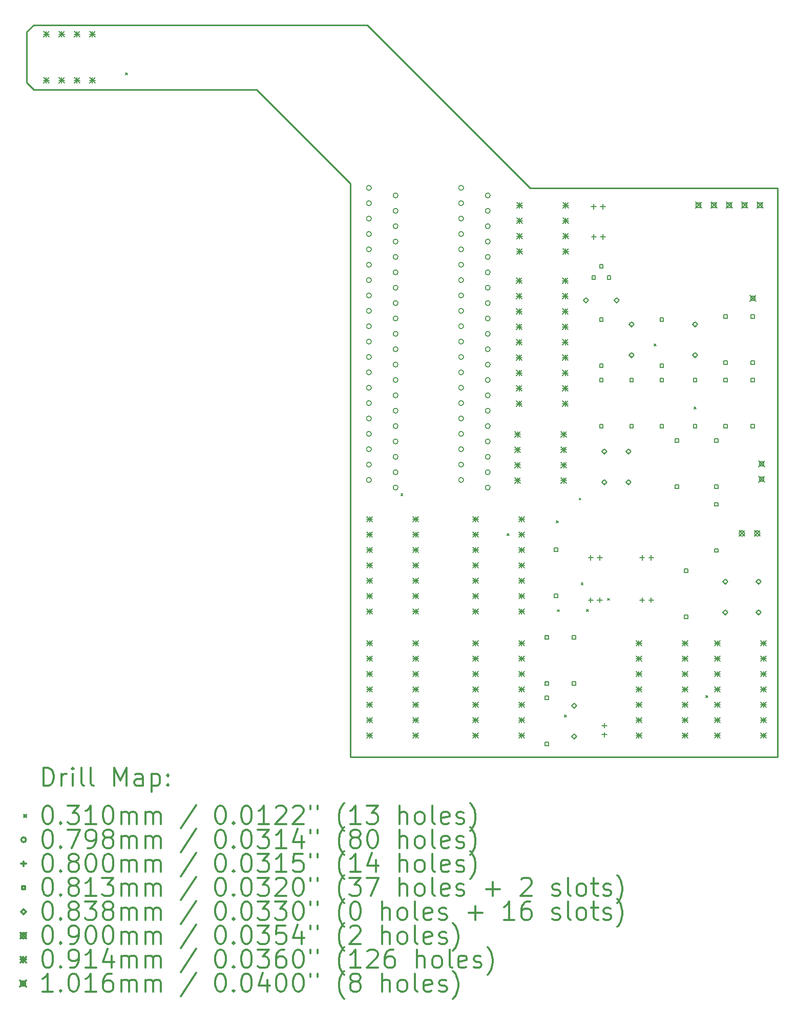
<source format=gbr>
%FSLAX45Y45*%
G04 Gerber Fmt 4.5, Leading zero omitted, Abs format (unit mm)*
G04 Created by KiCad (PCBNEW 5.1.10-1.fc33) date 2021-07-28 00:52:46*
%MOMM*%
%LPD*%
G01*
G04 APERTURE LIST*
%TA.AperFunction,Profile*%
%ADD10C,0.254000*%
%TD*%
%ADD11C,0.200000*%
%ADD12C,0.300000*%
G04 APERTURE END LIST*
D10*
X12268200Y-15475800D02*
X19329400Y-15475800D01*
X19329400Y-15475800D02*
X19329400Y-6077800D01*
X19329400Y-6077800D02*
X15240000Y-6077800D01*
X15240000Y-6077800D02*
X12547600Y-3385400D01*
X12547600Y-3385400D02*
X7035800Y-3385400D01*
X7035800Y-3385400D02*
X6921500Y-3499700D01*
X6921500Y-3499700D02*
X6921500Y-4337900D01*
X6921500Y-4337900D02*
X7035800Y-4452200D01*
X7035800Y-4452200D02*
X10718800Y-4452200D01*
X10718800Y-4452200D02*
X12268200Y-6001600D01*
X12268200Y-6001600D02*
X12268200Y-15475800D01*
D11*
X8551900Y-4174500D02*
X8582900Y-4205500D01*
X8582900Y-4174500D02*
X8551900Y-4205500D01*
X13106100Y-11129000D02*
X13137100Y-11160000D01*
X13137100Y-11129000D02*
X13106100Y-11160000D01*
X14859500Y-11789700D02*
X14890500Y-11820700D01*
X14890500Y-11789700D02*
X14859500Y-11820700D01*
X15675100Y-11577600D02*
X15706100Y-11608600D01*
X15706100Y-11577600D02*
X15675100Y-11608600D01*
X15692100Y-13044900D02*
X15723100Y-13075900D01*
X15723100Y-13044900D02*
X15692100Y-13075900D01*
X15810000Y-14782800D02*
X15841000Y-14813800D01*
X15841000Y-14782800D02*
X15810000Y-14813800D01*
X16051000Y-11199100D02*
X16082000Y-11230100D01*
X16082000Y-11199100D02*
X16051000Y-11230100D01*
X16086100Y-12602200D02*
X16117100Y-12633200D01*
X16117100Y-12602200D02*
X16086100Y-12633200D01*
X16175200Y-13038600D02*
X16206200Y-13069600D01*
X16206200Y-13038600D02*
X16175200Y-13069600D01*
X16521400Y-12858000D02*
X16552400Y-12889000D01*
X16552400Y-12858000D02*
X16521400Y-12889000D01*
X17290800Y-8656300D02*
X17321800Y-8687300D01*
X17321800Y-8656300D02*
X17290800Y-8687300D01*
X17952700Y-9695400D02*
X17983700Y-9726400D01*
X17983700Y-9695400D02*
X17952700Y-9726400D01*
X18146500Y-14462800D02*
X18177500Y-14493800D01*
X18177500Y-14462800D02*
X18146500Y-14493800D01*
X12616200Y-6075200D02*
G75*
G03*
X12616200Y-6075200I-39900J0D01*
G01*
X12616200Y-6329200D02*
G75*
G03*
X12616200Y-6329200I-39900J0D01*
G01*
X12616200Y-6583200D02*
G75*
G03*
X12616200Y-6583200I-39900J0D01*
G01*
X12616200Y-6837200D02*
G75*
G03*
X12616200Y-6837200I-39900J0D01*
G01*
X12616200Y-7091200D02*
G75*
G03*
X12616200Y-7091200I-39900J0D01*
G01*
X12616200Y-7345200D02*
G75*
G03*
X12616200Y-7345200I-39900J0D01*
G01*
X12616200Y-7599200D02*
G75*
G03*
X12616200Y-7599200I-39900J0D01*
G01*
X12616200Y-7853200D02*
G75*
G03*
X12616200Y-7853200I-39900J0D01*
G01*
X12616200Y-8107200D02*
G75*
G03*
X12616200Y-8107200I-39900J0D01*
G01*
X12616200Y-8361200D02*
G75*
G03*
X12616200Y-8361200I-39900J0D01*
G01*
X12616200Y-8615200D02*
G75*
G03*
X12616200Y-8615200I-39900J0D01*
G01*
X12616200Y-8869200D02*
G75*
G03*
X12616200Y-8869200I-39900J0D01*
G01*
X12616200Y-9123200D02*
G75*
G03*
X12616200Y-9123200I-39900J0D01*
G01*
X12616200Y-9377200D02*
G75*
G03*
X12616200Y-9377200I-39900J0D01*
G01*
X12616200Y-9631200D02*
G75*
G03*
X12616200Y-9631200I-39900J0D01*
G01*
X12616200Y-9885200D02*
G75*
G03*
X12616200Y-9885200I-39900J0D01*
G01*
X12616200Y-10139200D02*
G75*
G03*
X12616200Y-10139200I-39900J0D01*
G01*
X12616200Y-10393200D02*
G75*
G03*
X12616200Y-10393200I-39900J0D01*
G01*
X12616200Y-10647200D02*
G75*
G03*
X12616200Y-10647200I-39900J0D01*
G01*
X12616200Y-10901200D02*
G75*
G03*
X12616200Y-10901200I-39900J0D01*
G01*
X13056100Y-6200400D02*
G75*
G03*
X13056100Y-6200400I-39900J0D01*
G01*
X13056100Y-6454400D02*
G75*
G03*
X13056100Y-6454400I-39900J0D01*
G01*
X13056100Y-6708400D02*
G75*
G03*
X13056100Y-6708400I-39900J0D01*
G01*
X13056100Y-6962400D02*
G75*
G03*
X13056100Y-6962400I-39900J0D01*
G01*
X13056100Y-7216400D02*
G75*
G03*
X13056100Y-7216400I-39900J0D01*
G01*
X13056100Y-7470400D02*
G75*
G03*
X13056100Y-7470400I-39900J0D01*
G01*
X13056100Y-7724400D02*
G75*
G03*
X13056100Y-7724400I-39900J0D01*
G01*
X13056100Y-7978400D02*
G75*
G03*
X13056100Y-7978400I-39900J0D01*
G01*
X13056100Y-8232400D02*
G75*
G03*
X13056100Y-8232400I-39900J0D01*
G01*
X13056100Y-8486400D02*
G75*
G03*
X13056100Y-8486400I-39900J0D01*
G01*
X13056100Y-8740400D02*
G75*
G03*
X13056100Y-8740400I-39900J0D01*
G01*
X13056100Y-8994400D02*
G75*
G03*
X13056100Y-8994400I-39900J0D01*
G01*
X13056100Y-9248400D02*
G75*
G03*
X13056100Y-9248400I-39900J0D01*
G01*
X13056100Y-9502400D02*
G75*
G03*
X13056100Y-9502400I-39900J0D01*
G01*
X13056100Y-9756400D02*
G75*
G03*
X13056100Y-9756400I-39900J0D01*
G01*
X13056100Y-10010400D02*
G75*
G03*
X13056100Y-10010400I-39900J0D01*
G01*
X13056100Y-10264400D02*
G75*
G03*
X13056100Y-10264400I-39900J0D01*
G01*
X13056100Y-10518400D02*
G75*
G03*
X13056100Y-10518400I-39900J0D01*
G01*
X13056100Y-10772400D02*
G75*
G03*
X13056100Y-10772400I-39900J0D01*
G01*
X13056100Y-11026400D02*
G75*
G03*
X13056100Y-11026400I-39900J0D01*
G01*
X14140200Y-6075200D02*
G75*
G03*
X14140200Y-6075200I-39900J0D01*
G01*
X14140200Y-6329200D02*
G75*
G03*
X14140200Y-6329200I-39900J0D01*
G01*
X14140200Y-6583200D02*
G75*
G03*
X14140200Y-6583200I-39900J0D01*
G01*
X14140200Y-6837200D02*
G75*
G03*
X14140200Y-6837200I-39900J0D01*
G01*
X14140200Y-7091200D02*
G75*
G03*
X14140200Y-7091200I-39900J0D01*
G01*
X14140200Y-7345200D02*
G75*
G03*
X14140200Y-7345200I-39900J0D01*
G01*
X14140200Y-7599200D02*
G75*
G03*
X14140200Y-7599200I-39900J0D01*
G01*
X14140200Y-7853200D02*
G75*
G03*
X14140200Y-7853200I-39900J0D01*
G01*
X14140200Y-8107200D02*
G75*
G03*
X14140200Y-8107200I-39900J0D01*
G01*
X14140200Y-8361200D02*
G75*
G03*
X14140200Y-8361200I-39900J0D01*
G01*
X14140200Y-8615200D02*
G75*
G03*
X14140200Y-8615200I-39900J0D01*
G01*
X14140200Y-8869200D02*
G75*
G03*
X14140200Y-8869200I-39900J0D01*
G01*
X14140200Y-9123200D02*
G75*
G03*
X14140200Y-9123200I-39900J0D01*
G01*
X14140200Y-9377200D02*
G75*
G03*
X14140200Y-9377200I-39900J0D01*
G01*
X14140200Y-9631200D02*
G75*
G03*
X14140200Y-9631200I-39900J0D01*
G01*
X14140200Y-9885200D02*
G75*
G03*
X14140200Y-9885200I-39900J0D01*
G01*
X14140200Y-10139200D02*
G75*
G03*
X14140200Y-10139200I-39900J0D01*
G01*
X14140200Y-10393200D02*
G75*
G03*
X14140200Y-10393200I-39900J0D01*
G01*
X14140200Y-10647200D02*
G75*
G03*
X14140200Y-10647200I-39900J0D01*
G01*
X14140200Y-10901200D02*
G75*
G03*
X14140200Y-10901200I-39900J0D01*
G01*
X14580100Y-6200400D02*
G75*
G03*
X14580100Y-6200400I-39900J0D01*
G01*
X14580100Y-6454400D02*
G75*
G03*
X14580100Y-6454400I-39900J0D01*
G01*
X14580100Y-6708400D02*
G75*
G03*
X14580100Y-6708400I-39900J0D01*
G01*
X14580100Y-6962400D02*
G75*
G03*
X14580100Y-6962400I-39900J0D01*
G01*
X14580100Y-7216400D02*
G75*
G03*
X14580100Y-7216400I-39900J0D01*
G01*
X14580100Y-7470400D02*
G75*
G03*
X14580100Y-7470400I-39900J0D01*
G01*
X14580100Y-7724400D02*
G75*
G03*
X14580100Y-7724400I-39900J0D01*
G01*
X14580100Y-7978400D02*
G75*
G03*
X14580100Y-7978400I-39900J0D01*
G01*
X14580100Y-8232400D02*
G75*
G03*
X14580100Y-8232400I-39900J0D01*
G01*
X14580100Y-8486400D02*
G75*
G03*
X14580100Y-8486400I-39900J0D01*
G01*
X14580100Y-8740400D02*
G75*
G03*
X14580100Y-8740400I-39900J0D01*
G01*
X14580100Y-8994400D02*
G75*
G03*
X14580100Y-8994400I-39900J0D01*
G01*
X14580100Y-9248400D02*
G75*
G03*
X14580100Y-9248400I-39900J0D01*
G01*
X14580100Y-9502400D02*
G75*
G03*
X14580100Y-9502400I-39900J0D01*
G01*
X14580100Y-9756400D02*
G75*
G03*
X14580100Y-9756400I-39900J0D01*
G01*
X14580100Y-10010400D02*
G75*
G03*
X14580100Y-10010400I-39900J0D01*
G01*
X14580100Y-10264400D02*
G75*
G03*
X14580100Y-10264400I-39900J0D01*
G01*
X14580100Y-10518400D02*
G75*
G03*
X14580100Y-10518400I-39900J0D01*
G01*
X14580100Y-10772400D02*
G75*
G03*
X14580100Y-10772400I-39900J0D01*
G01*
X14580100Y-11026400D02*
G75*
G03*
X14580100Y-11026400I-39900J0D01*
G01*
X16243100Y-12143300D02*
X16243100Y-12223300D01*
X16203100Y-12183300D02*
X16283100Y-12183300D01*
X16243100Y-12843300D02*
X16243100Y-12923300D01*
X16203100Y-12883300D02*
X16283100Y-12883300D01*
X16293100Y-6343300D02*
X16293100Y-6423300D01*
X16253100Y-6383300D02*
X16333100Y-6383300D01*
X16293200Y-6843300D02*
X16293200Y-6923300D01*
X16253200Y-6883300D02*
X16333200Y-6883300D01*
X16393300Y-12143300D02*
X16393300Y-12223300D01*
X16353300Y-12183300D02*
X16433300Y-12183300D01*
X16393300Y-12843300D02*
X16393300Y-12923300D01*
X16353300Y-12883300D02*
X16433300Y-12883300D01*
X16443200Y-6343300D02*
X16443200Y-6423300D01*
X16403200Y-6383300D02*
X16483200Y-6383300D01*
X16443300Y-6843300D02*
X16443300Y-6923300D01*
X16403300Y-6883300D02*
X16483300Y-6883300D01*
X16468200Y-14918200D02*
X16468200Y-14998200D01*
X16428200Y-14958200D02*
X16508200Y-14958200D01*
X16468200Y-15068400D02*
X16468200Y-15148400D01*
X16428200Y-15108400D02*
X16508200Y-15108400D01*
X17093100Y-12143300D02*
X17093100Y-12223300D01*
X17053100Y-12183300D02*
X17133100Y-12183300D01*
X17093200Y-12843300D02*
X17093200Y-12923300D01*
X17053200Y-12883300D02*
X17133200Y-12883300D01*
X17243200Y-12143300D02*
X17243200Y-12223300D01*
X17203200Y-12183300D02*
X17283200Y-12183300D01*
X17243300Y-12843300D02*
X17243300Y-12923300D01*
X17203300Y-12883300D02*
X17283300Y-12883300D01*
X15546944Y-13531044D02*
X15546944Y-13473556D01*
X15489456Y-13473556D01*
X15489456Y-13531044D01*
X15546944Y-13531044D01*
X15518450Y-13471650D02*
X15517950Y-13471650D01*
X15518450Y-13532950D02*
X15517950Y-13532950D01*
X15517950Y-13471650D02*
G75*
G03*
X15517950Y-13532950I0J-30650D01*
G01*
X15518450Y-13532950D02*
G75*
G03*
X15518450Y-13471650I0J30650D01*
G01*
X15546944Y-14293044D02*
X15546944Y-14235556D01*
X15489456Y-14235556D01*
X15489456Y-14293044D01*
X15546944Y-14293044D01*
X15518450Y-14233650D02*
X15517950Y-14233650D01*
X15518450Y-14294950D02*
X15517950Y-14294950D01*
X15517950Y-14233650D02*
G75*
G03*
X15517950Y-14294950I0J-30650D01*
G01*
X15518450Y-14294950D02*
G75*
G03*
X15518450Y-14233650I0J30650D01*
G01*
X15546944Y-14531044D02*
X15546944Y-14473556D01*
X15489456Y-14473556D01*
X15489456Y-14531044D01*
X15546944Y-14531044D01*
X15546944Y-15293044D02*
X15546944Y-15235556D01*
X15489456Y-15235556D01*
X15489456Y-15293044D01*
X15546944Y-15293044D01*
X15696944Y-12081044D02*
X15696944Y-12023556D01*
X15639456Y-12023556D01*
X15639456Y-12081044D01*
X15696944Y-12081044D01*
X15696944Y-12843044D02*
X15696944Y-12785556D01*
X15639456Y-12785556D01*
X15639456Y-12843044D01*
X15696944Y-12843044D01*
X15996944Y-13531044D02*
X15996944Y-13473556D01*
X15939456Y-13473556D01*
X15939456Y-13531044D01*
X15996944Y-13531044D01*
X15996944Y-14293044D02*
X15996944Y-14235556D01*
X15939456Y-14235556D01*
X15939456Y-14293044D01*
X15996944Y-14293044D01*
X16319944Y-7587344D02*
X16319944Y-7529856D01*
X16262456Y-7529856D01*
X16262456Y-7587344D01*
X16319944Y-7587344D01*
X16446944Y-7396844D02*
X16446944Y-7339356D01*
X16389456Y-7339356D01*
X16389456Y-7396844D01*
X16446944Y-7396844D01*
X16446944Y-8281044D02*
X16446944Y-8223556D01*
X16389456Y-8223556D01*
X16389456Y-8281044D01*
X16446944Y-8281044D01*
X16446944Y-9043044D02*
X16446944Y-8985556D01*
X16389456Y-8985556D01*
X16389456Y-9043044D01*
X16446944Y-9043044D01*
X16446944Y-9281044D02*
X16446944Y-9223556D01*
X16389456Y-9223556D01*
X16389456Y-9281044D01*
X16446944Y-9281044D01*
X16446944Y-10043044D02*
X16446944Y-9985556D01*
X16389456Y-9985556D01*
X16389456Y-10043044D01*
X16446944Y-10043044D01*
X16573944Y-7587344D02*
X16573944Y-7529856D01*
X16516456Y-7529856D01*
X16516456Y-7587344D01*
X16573944Y-7587344D01*
X16946944Y-9281044D02*
X16946944Y-9223556D01*
X16889456Y-9223556D01*
X16889456Y-9281044D01*
X16946944Y-9281044D01*
X16946944Y-10043044D02*
X16946944Y-9985556D01*
X16889456Y-9985556D01*
X16889456Y-10043044D01*
X16946944Y-10043044D01*
X17446944Y-8281044D02*
X17446944Y-8223556D01*
X17389456Y-8223556D01*
X17389456Y-8281044D01*
X17446944Y-8281044D01*
X17446944Y-9043044D02*
X17446944Y-8985556D01*
X17389456Y-8985556D01*
X17389456Y-9043044D01*
X17446944Y-9043044D01*
X17446944Y-9281044D02*
X17446944Y-9223556D01*
X17389456Y-9223556D01*
X17389456Y-9281044D01*
X17446944Y-9281044D01*
X17446944Y-10043044D02*
X17446944Y-9985556D01*
X17389456Y-9985556D01*
X17389456Y-10043044D01*
X17446944Y-10043044D01*
X17696944Y-10281044D02*
X17696944Y-10223556D01*
X17639456Y-10223556D01*
X17639456Y-10281044D01*
X17696944Y-10281044D01*
X17696944Y-11043044D02*
X17696944Y-10985556D01*
X17639456Y-10985556D01*
X17639456Y-11043044D01*
X17696944Y-11043044D01*
X17846944Y-12431044D02*
X17846944Y-12373556D01*
X17789456Y-12373556D01*
X17789456Y-12431044D01*
X17846944Y-12431044D01*
X17846944Y-13193044D02*
X17846944Y-13135556D01*
X17789456Y-13135556D01*
X17789456Y-13193044D01*
X17846944Y-13193044D01*
X17996944Y-9281044D02*
X17996944Y-9223556D01*
X17939456Y-9223556D01*
X17939456Y-9281044D01*
X17996944Y-9281044D01*
X17996944Y-10043044D02*
X17996944Y-9985556D01*
X17939456Y-9985556D01*
X17939456Y-10043044D01*
X17996944Y-10043044D01*
X18346944Y-10281044D02*
X18346944Y-10223556D01*
X18289456Y-10223556D01*
X18289456Y-10281044D01*
X18346944Y-10281044D01*
X18346944Y-11043044D02*
X18346944Y-10985556D01*
X18289456Y-10985556D01*
X18289456Y-11043044D01*
X18346944Y-11043044D01*
X18346944Y-11331044D02*
X18346944Y-11273556D01*
X18289456Y-11273556D01*
X18289456Y-11331044D01*
X18346944Y-11331044D01*
X18346944Y-12093044D02*
X18346944Y-12035556D01*
X18289456Y-12035556D01*
X18289456Y-12093044D01*
X18346944Y-12093044D01*
X18496944Y-8231044D02*
X18496944Y-8173556D01*
X18439456Y-8173556D01*
X18439456Y-8231044D01*
X18496944Y-8231044D01*
X18496944Y-8993044D02*
X18496944Y-8935556D01*
X18439456Y-8935556D01*
X18439456Y-8993044D01*
X18496944Y-8993044D01*
X18496944Y-9281044D02*
X18496944Y-9223556D01*
X18439456Y-9223556D01*
X18439456Y-9281044D01*
X18496944Y-9281044D01*
X18496944Y-10043044D02*
X18496944Y-9985556D01*
X18439456Y-9985556D01*
X18439456Y-10043044D01*
X18496944Y-10043044D01*
X18946944Y-8231044D02*
X18946944Y-8173556D01*
X18889456Y-8173556D01*
X18889456Y-8231044D01*
X18946944Y-8231044D01*
X18946944Y-8993044D02*
X18946944Y-8935556D01*
X18889456Y-8935556D01*
X18889456Y-8993044D01*
X18946944Y-8993044D01*
X18946944Y-9281044D02*
X18946944Y-9223556D01*
X18889456Y-9223556D01*
X18889456Y-9281044D01*
X18946944Y-9281044D01*
X18946944Y-10043044D02*
X18946944Y-9985556D01*
X18889456Y-9985556D01*
X18889456Y-10043044D01*
X18946944Y-10043044D01*
X15968200Y-14671200D02*
X16010100Y-14629300D01*
X15968200Y-14587400D01*
X15926300Y-14629300D01*
X15968200Y-14671200D01*
X15968450Y-14597400D02*
X15967950Y-14597400D01*
X15968450Y-14661200D02*
X15967950Y-14661200D01*
X15967950Y-14597400D02*
G75*
G03*
X15967950Y-14661200I0J-31900D01*
G01*
X15968450Y-14661200D02*
G75*
G03*
X15968450Y-14597400I0J31900D01*
G01*
X15968200Y-15179200D02*
X16010100Y-15137300D01*
X15968200Y-15095400D01*
X15926300Y-15137300D01*
X15968200Y-15179200D01*
X15968450Y-15105400D02*
X15967950Y-15105400D01*
X15968450Y-15169200D02*
X15967950Y-15169200D01*
X15967950Y-15105400D02*
G75*
G03*
X15967950Y-15169200I0J-31900D01*
G01*
X15968450Y-15169200D02*
G75*
G03*
X15968450Y-15105400I0J31900D01*
G01*
X16164200Y-7975200D02*
X16206100Y-7933300D01*
X16164200Y-7891400D01*
X16122300Y-7933300D01*
X16164200Y-7975200D01*
X16132300Y-7933050D02*
X16132300Y-7933550D01*
X16196100Y-7933050D02*
X16196100Y-7933550D01*
X16132300Y-7933550D02*
G75*
G03*
X16196100Y-7933550I31900J0D01*
G01*
X16196100Y-7933050D02*
G75*
G03*
X16132300Y-7933050I-31900J0D01*
G01*
X16468200Y-10471200D02*
X16510100Y-10429300D01*
X16468200Y-10387400D01*
X16426300Y-10429300D01*
X16468200Y-10471200D01*
X16467950Y-10461200D02*
X16468450Y-10461200D01*
X16467950Y-10397400D02*
X16468450Y-10397400D01*
X16468450Y-10461200D02*
G75*
G03*
X16468450Y-10397400I0J31900D01*
G01*
X16467950Y-10397400D02*
G75*
G03*
X16467950Y-10461200I0J-31900D01*
G01*
X16468200Y-10979200D02*
X16510100Y-10937300D01*
X16468200Y-10895400D01*
X16426300Y-10937300D01*
X16468200Y-10979200D01*
X16467950Y-10969200D02*
X16468450Y-10969200D01*
X16467950Y-10905400D02*
X16468450Y-10905400D01*
X16468450Y-10969200D02*
G75*
G03*
X16468450Y-10905400I0J31900D01*
G01*
X16467950Y-10905400D02*
G75*
G03*
X16467950Y-10969200I0J-31900D01*
G01*
X16672200Y-7975200D02*
X16714100Y-7933300D01*
X16672200Y-7891400D01*
X16630300Y-7933300D01*
X16672200Y-7975200D01*
X16640300Y-7933050D02*
X16640300Y-7933550D01*
X16704100Y-7933050D02*
X16704100Y-7933550D01*
X16640300Y-7933550D02*
G75*
G03*
X16704100Y-7933550I31900J0D01*
G01*
X16704100Y-7933050D02*
G75*
G03*
X16640300Y-7933050I-31900J0D01*
G01*
X16868200Y-10471200D02*
X16910100Y-10429300D01*
X16868200Y-10387400D01*
X16826300Y-10429300D01*
X16868200Y-10471200D01*
X16867950Y-10461200D02*
X16868450Y-10461200D01*
X16867950Y-10397400D02*
X16868450Y-10397400D01*
X16868450Y-10461200D02*
G75*
G03*
X16868450Y-10397400I0J31900D01*
G01*
X16867950Y-10397400D02*
G75*
G03*
X16867950Y-10461200I0J-31900D01*
G01*
X16868200Y-10979200D02*
X16910100Y-10937300D01*
X16868200Y-10895400D01*
X16826300Y-10937300D01*
X16868200Y-10979200D01*
X16867950Y-10969200D02*
X16868450Y-10969200D01*
X16867950Y-10905400D02*
X16868450Y-10905400D01*
X16868450Y-10969200D02*
G75*
G03*
X16868450Y-10905400I0J31900D01*
G01*
X16867950Y-10905400D02*
G75*
G03*
X16867950Y-10969200I0J-31900D01*
G01*
X16918200Y-8371200D02*
X16960100Y-8329300D01*
X16918200Y-8287400D01*
X16876300Y-8329300D01*
X16918200Y-8371200D01*
X16918450Y-8297400D02*
X16917950Y-8297400D01*
X16918450Y-8361200D02*
X16917950Y-8361200D01*
X16917950Y-8297400D02*
G75*
G03*
X16917950Y-8361200I0J-31900D01*
G01*
X16918450Y-8361200D02*
G75*
G03*
X16918450Y-8297400I0J31900D01*
G01*
X16918200Y-8879200D02*
X16960100Y-8837300D01*
X16918200Y-8795400D01*
X16876300Y-8837300D01*
X16918200Y-8879200D01*
X16918450Y-8805400D02*
X16917950Y-8805400D01*
X16918450Y-8869200D02*
X16917950Y-8869200D01*
X16917950Y-8805400D02*
G75*
G03*
X16917950Y-8869200I0J-31900D01*
G01*
X16918450Y-8869200D02*
G75*
G03*
X16918450Y-8805400I0J31900D01*
G01*
X17968200Y-8371200D02*
X18010100Y-8329300D01*
X17968200Y-8287400D01*
X17926300Y-8329300D01*
X17968200Y-8371200D01*
X17968450Y-8297400D02*
X17967950Y-8297400D01*
X17968450Y-8361200D02*
X17967950Y-8361200D01*
X17967950Y-8297400D02*
G75*
G03*
X17967950Y-8361200I0J-31900D01*
G01*
X17968450Y-8361200D02*
G75*
G03*
X17968450Y-8297400I0J31900D01*
G01*
X17968200Y-8879200D02*
X18010100Y-8837300D01*
X17968200Y-8795400D01*
X17926300Y-8837300D01*
X17968200Y-8879200D01*
X17968450Y-8805400D02*
X17967950Y-8805400D01*
X17968450Y-8869200D02*
X17967950Y-8869200D01*
X17967950Y-8805400D02*
G75*
G03*
X17967950Y-8869200I0J-31900D01*
G01*
X17968450Y-8869200D02*
G75*
G03*
X17968450Y-8805400I0J31900D01*
G01*
X18468200Y-12621200D02*
X18510100Y-12579300D01*
X18468200Y-12537400D01*
X18426300Y-12579300D01*
X18468200Y-12621200D01*
X18468450Y-12547400D02*
X18467950Y-12547400D01*
X18468450Y-12611200D02*
X18467950Y-12611200D01*
X18467950Y-12547400D02*
G75*
G03*
X18467950Y-12611200I0J-31900D01*
G01*
X18468450Y-12611200D02*
G75*
G03*
X18468450Y-12547400I0J31900D01*
G01*
X18468200Y-13129200D02*
X18510100Y-13087300D01*
X18468200Y-13045400D01*
X18426300Y-13087300D01*
X18468200Y-13129200D01*
X18468450Y-13055400D02*
X18467950Y-13055400D01*
X18468450Y-13119200D02*
X18467950Y-13119200D01*
X18467950Y-13055400D02*
G75*
G03*
X18467950Y-13119200I0J-31900D01*
G01*
X18468450Y-13119200D02*
G75*
G03*
X18468450Y-13055400I0J31900D01*
G01*
X19018200Y-12621200D02*
X19060100Y-12579300D01*
X19018200Y-12537400D01*
X18976300Y-12579300D01*
X19018200Y-12621200D01*
X19018450Y-12547400D02*
X19017950Y-12547400D01*
X19018450Y-12611200D02*
X19017950Y-12611200D01*
X19017950Y-12547400D02*
G75*
G03*
X19017950Y-12611200I0J-31900D01*
G01*
X19018450Y-12611200D02*
G75*
G03*
X19018450Y-12547400I0J31900D01*
G01*
X19018200Y-13129200D02*
X19060100Y-13087300D01*
X19018200Y-13045400D01*
X18976300Y-13087300D01*
X19018200Y-13129200D01*
X19018450Y-13055400D02*
X19017950Y-13055400D01*
X19018450Y-13119200D02*
X19017950Y-13119200D01*
X19017950Y-13055400D02*
G75*
G03*
X19017950Y-13119200I0J-31900D01*
G01*
X19018450Y-13119200D02*
G75*
G03*
X19018450Y-13055400I0J31900D01*
G01*
X18696200Y-11738300D02*
X18786200Y-11828300D01*
X18786200Y-11738300D02*
X18696200Y-11828300D01*
X18786200Y-11783300D02*
G75*
G03*
X18786200Y-11783300I-45000J0D01*
G01*
X18950200Y-11738300D02*
X19040200Y-11828300D01*
X19040200Y-11738300D02*
X18950200Y-11828300D01*
X19040200Y-11783300D02*
G75*
G03*
X19040200Y-11783300I-45000J0D01*
G01*
X7198500Y-3491600D02*
X7289900Y-3583000D01*
X7289900Y-3491600D02*
X7198500Y-3583000D01*
X7244200Y-3491600D02*
X7244200Y-3583000D01*
X7198500Y-3537300D02*
X7289900Y-3537300D01*
X7198500Y-4253600D02*
X7289900Y-4345000D01*
X7289900Y-4253600D02*
X7198500Y-4345000D01*
X7244200Y-4253600D02*
X7244200Y-4345000D01*
X7198500Y-4299300D02*
X7289900Y-4299300D01*
X7452500Y-3491600D02*
X7543900Y-3583000D01*
X7543900Y-3491600D02*
X7452500Y-3583000D01*
X7498200Y-3491600D02*
X7498200Y-3583000D01*
X7452500Y-3537300D02*
X7543900Y-3537300D01*
X7452500Y-4253600D02*
X7543900Y-4345000D01*
X7543900Y-4253600D02*
X7452500Y-4345000D01*
X7498200Y-4253600D02*
X7498200Y-4345000D01*
X7452500Y-4299300D02*
X7543900Y-4299300D01*
X7706500Y-3491600D02*
X7797900Y-3583000D01*
X7797900Y-3491600D02*
X7706500Y-3583000D01*
X7752200Y-3491600D02*
X7752200Y-3583000D01*
X7706500Y-3537300D02*
X7797900Y-3537300D01*
X7706500Y-4253600D02*
X7797900Y-4345000D01*
X7797900Y-4253600D02*
X7706500Y-4345000D01*
X7752200Y-4253600D02*
X7752200Y-4345000D01*
X7706500Y-4299300D02*
X7797900Y-4299300D01*
X7960500Y-3491600D02*
X8051900Y-3583000D01*
X8051900Y-3491600D02*
X7960500Y-3583000D01*
X8006200Y-3491600D02*
X8006200Y-3583000D01*
X7960500Y-3537300D02*
X8051900Y-3537300D01*
X7960500Y-4253600D02*
X8051900Y-4345000D01*
X8051900Y-4253600D02*
X7960500Y-4345000D01*
X8006200Y-4253600D02*
X8006200Y-4345000D01*
X7960500Y-4299300D02*
X8051900Y-4299300D01*
X12541500Y-11502600D02*
X12632900Y-11594000D01*
X12632900Y-11502600D02*
X12541500Y-11594000D01*
X12587200Y-11502600D02*
X12587200Y-11594000D01*
X12541500Y-11548300D02*
X12632900Y-11548300D01*
X12541500Y-11756600D02*
X12632900Y-11848000D01*
X12632900Y-11756600D02*
X12541500Y-11848000D01*
X12587200Y-11756600D02*
X12587200Y-11848000D01*
X12541500Y-11802300D02*
X12632900Y-11802300D01*
X12541500Y-12010600D02*
X12632900Y-12102000D01*
X12632900Y-12010600D02*
X12541500Y-12102000D01*
X12587200Y-12010600D02*
X12587200Y-12102000D01*
X12541500Y-12056300D02*
X12632900Y-12056300D01*
X12541500Y-12264600D02*
X12632900Y-12356000D01*
X12632900Y-12264600D02*
X12541500Y-12356000D01*
X12587200Y-12264600D02*
X12587200Y-12356000D01*
X12541500Y-12310300D02*
X12632900Y-12310300D01*
X12541500Y-12518600D02*
X12632900Y-12610000D01*
X12632900Y-12518600D02*
X12541500Y-12610000D01*
X12587200Y-12518600D02*
X12587200Y-12610000D01*
X12541500Y-12564300D02*
X12632900Y-12564300D01*
X12541500Y-12772600D02*
X12632900Y-12864000D01*
X12632900Y-12772600D02*
X12541500Y-12864000D01*
X12587200Y-12772600D02*
X12587200Y-12864000D01*
X12541500Y-12818300D02*
X12632900Y-12818300D01*
X12541500Y-13026600D02*
X12632900Y-13118000D01*
X12632900Y-13026600D02*
X12541500Y-13118000D01*
X12587200Y-13026600D02*
X12587200Y-13118000D01*
X12541500Y-13072300D02*
X12632900Y-13072300D01*
X12541500Y-13552600D02*
X12632900Y-13644000D01*
X12632900Y-13552600D02*
X12541500Y-13644000D01*
X12587200Y-13552600D02*
X12587200Y-13644000D01*
X12541500Y-13598300D02*
X12632900Y-13598300D01*
X12541500Y-13806600D02*
X12632900Y-13898000D01*
X12632900Y-13806600D02*
X12541500Y-13898000D01*
X12587200Y-13806600D02*
X12587200Y-13898000D01*
X12541500Y-13852300D02*
X12632900Y-13852300D01*
X12541500Y-14060600D02*
X12632900Y-14152000D01*
X12632900Y-14060600D02*
X12541500Y-14152000D01*
X12587200Y-14060600D02*
X12587200Y-14152000D01*
X12541500Y-14106300D02*
X12632900Y-14106300D01*
X12541500Y-14314600D02*
X12632900Y-14406000D01*
X12632900Y-14314600D02*
X12541500Y-14406000D01*
X12587200Y-14314600D02*
X12587200Y-14406000D01*
X12541500Y-14360300D02*
X12632900Y-14360300D01*
X12541500Y-14568600D02*
X12632900Y-14660000D01*
X12632900Y-14568600D02*
X12541500Y-14660000D01*
X12587200Y-14568600D02*
X12587200Y-14660000D01*
X12541500Y-14614300D02*
X12632900Y-14614300D01*
X12541500Y-14822600D02*
X12632900Y-14914000D01*
X12632900Y-14822600D02*
X12541500Y-14914000D01*
X12587200Y-14822600D02*
X12587200Y-14914000D01*
X12541500Y-14868300D02*
X12632900Y-14868300D01*
X12541500Y-15076600D02*
X12632900Y-15168000D01*
X12632900Y-15076600D02*
X12541500Y-15168000D01*
X12587200Y-15076600D02*
X12587200Y-15168000D01*
X12541500Y-15122300D02*
X12632900Y-15122300D01*
X13303500Y-11502600D02*
X13394900Y-11594000D01*
X13394900Y-11502600D02*
X13303500Y-11594000D01*
X13349200Y-11502600D02*
X13349200Y-11594000D01*
X13303500Y-11548300D02*
X13394900Y-11548300D01*
X13303500Y-11756600D02*
X13394900Y-11848000D01*
X13394900Y-11756600D02*
X13303500Y-11848000D01*
X13349200Y-11756600D02*
X13349200Y-11848000D01*
X13303500Y-11802300D02*
X13394900Y-11802300D01*
X13303500Y-12010600D02*
X13394900Y-12102000D01*
X13394900Y-12010600D02*
X13303500Y-12102000D01*
X13349200Y-12010600D02*
X13349200Y-12102000D01*
X13303500Y-12056300D02*
X13394900Y-12056300D01*
X13303500Y-12264600D02*
X13394900Y-12356000D01*
X13394900Y-12264600D02*
X13303500Y-12356000D01*
X13349200Y-12264600D02*
X13349200Y-12356000D01*
X13303500Y-12310300D02*
X13394900Y-12310300D01*
X13303500Y-12518600D02*
X13394900Y-12610000D01*
X13394900Y-12518600D02*
X13303500Y-12610000D01*
X13349200Y-12518600D02*
X13349200Y-12610000D01*
X13303500Y-12564300D02*
X13394900Y-12564300D01*
X13303500Y-12772600D02*
X13394900Y-12864000D01*
X13394900Y-12772600D02*
X13303500Y-12864000D01*
X13349200Y-12772600D02*
X13349200Y-12864000D01*
X13303500Y-12818300D02*
X13394900Y-12818300D01*
X13303500Y-13026600D02*
X13394900Y-13118000D01*
X13394900Y-13026600D02*
X13303500Y-13118000D01*
X13349200Y-13026600D02*
X13349200Y-13118000D01*
X13303500Y-13072300D02*
X13394900Y-13072300D01*
X13303500Y-13552600D02*
X13394900Y-13644000D01*
X13394900Y-13552600D02*
X13303500Y-13644000D01*
X13349200Y-13552600D02*
X13349200Y-13644000D01*
X13303500Y-13598300D02*
X13394900Y-13598300D01*
X13303500Y-13806600D02*
X13394900Y-13898000D01*
X13394900Y-13806600D02*
X13303500Y-13898000D01*
X13349200Y-13806600D02*
X13349200Y-13898000D01*
X13303500Y-13852300D02*
X13394900Y-13852300D01*
X13303500Y-14060600D02*
X13394900Y-14152000D01*
X13394900Y-14060600D02*
X13303500Y-14152000D01*
X13349200Y-14060600D02*
X13349200Y-14152000D01*
X13303500Y-14106300D02*
X13394900Y-14106300D01*
X13303500Y-14314600D02*
X13394900Y-14406000D01*
X13394900Y-14314600D02*
X13303500Y-14406000D01*
X13349200Y-14314600D02*
X13349200Y-14406000D01*
X13303500Y-14360300D02*
X13394900Y-14360300D01*
X13303500Y-14568600D02*
X13394900Y-14660000D01*
X13394900Y-14568600D02*
X13303500Y-14660000D01*
X13349200Y-14568600D02*
X13349200Y-14660000D01*
X13303500Y-14614300D02*
X13394900Y-14614300D01*
X13303500Y-14822600D02*
X13394900Y-14914000D01*
X13394900Y-14822600D02*
X13303500Y-14914000D01*
X13349200Y-14822600D02*
X13349200Y-14914000D01*
X13303500Y-14868300D02*
X13394900Y-14868300D01*
X13303500Y-15076600D02*
X13394900Y-15168000D01*
X13394900Y-15076600D02*
X13303500Y-15168000D01*
X13349200Y-15076600D02*
X13349200Y-15168000D01*
X13303500Y-15122300D02*
X13394900Y-15122300D01*
X14291500Y-11502600D02*
X14382900Y-11594000D01*
X14382900Y-11502600D02*
X14291500Y-11594000D01*
X14337200Y-11502600D02*
X14337200Y-11594000D01*
X14291500Y-11548300D02*
X14382900Y-11548300D01*
X14291500Y-11756600D02*
X14382900Y-11848000D01*
X14382900Y-11756600D02*
X14291500Y-11848000D01*
X14337200Y-11756600D02*
X14337200Y-11848000D01*
X14291500Y-11802300D02*
X14382900Y-11802300D01*
X14291500Y-12010600D02*
X14382900Y-12102000D01*
X14382900Y-12010600D02*
X14291500Y-12102000D01*
X14337200Y-12010600D02*
X14337200Y-12102000D01*
X14291500Y-12056300D02*
X14382900Y-12056300D01*
X14291500Y-12264600D02*
X14382900Y-12356000D01*
X14382900Y-12264600D02*
X14291500Y-12356000D01*
X14337200Y-12264600D02*
X14337200Y-12356000D01*
X14291500Y-12310300D02*
X14382900Y-12310300D01*
X14291500Y-12518600D02*
X14382900Y-12610000D01*
X14382900Y-12518600D02*
X14291500Y-12610000D01*
X14337200Y-12518600D02*
X14337200Y-12610000D01*
X14291500Y-12564300D02*
X14382900Y-12564300D01*
X14291500Y-12772600D02*
X14382900Y-12864000D01*
X14382900Y-12772600D02*
X14291500Y-12864000D01*
X14337200Y-12772600D02*
X14337200Y-12864000D01*
X14291500Y-12818300D02*
X14382900Y-12818300D01*
X14291500Y-13026600D02*
X14382900Y-13118000D01*
X14382900Y-13026600D02*
X14291500Y-13118000D01*
X14337200Y-13026600D02*
X14337200Y-13118000D01*
X14291500Y-13072300D02*
X14382900Y-13072300D01*
X14291500Y-13552600D02*
X14382900Y-13644000D01*
X14382900Y-13552600D02*
X14291500Y-13644000D01*
X14337200Y-13552600D02*
X14337200Y-13644000D01*
X14291500Y-13598300D02*
X14382900Y-13598300D01*
X14291500Y-13806600D02*
X14382900Y-13898000D01*
X14382900Y-13806600D02*
X14291500Y-13898000D01*
X14337200Y-13806600D02*
X14337200Y-13898000D01*
X14291500Y-13852300D02*
X14382900Y-13852300D01*
X14291500Y-14060600D02*
X14382900Y-14152000D01*
X14382900Y-14060600D02*
X14291500Y-14152000D01*
X14337200Y-14060600D02*
X14337200Y-14152000D01*
X14291500Y-14106300D02*
X14382900Y-14106300D01*
X14291500Y-14314600D02*
X14382900Y-14406000D01*
X14382900Y-14314600D02*
X14291500Y-14406000D01*
X14337200Y-14314600D02*
X14337200Y-14406000D01*
X14291500Y-14360300D02*
X14382900Y-14360300D01*
X14291500Y-14568600D02*
X14382900Y-14660000D01*
X14382900Y-14568600D02*
X14291500Y-14660000D01*
X14337200Y-14568600D02*
X14337200Y-14660000D01*
X14291500Y-14614300D02*
X14382900Y-14614300D01*
X14291500Y-14822600D02*
X14382900Y-14914000D01*
X14382900Y-14822600D02*
X14291500Y-14914000D01*
X14337200Y-14822600D02*
X14337200Y-14914000D01*
X14291500Y-14868300D02*
X14382900Y-14868300D01*
X14291500Y-15076600D02*
X14382900Y-15168000D01*
X14382900Y-15076600D02*
X14291500Y-15168000D01*
X14337200Y-15076600D02*
X14337200Y-15168000D01*
X14291500Y-15122300D02*
X14382900Y-15122300D01*
X14991600Y-10098600D02*
X15083000Y-10190000D01*
X15083000Y-10098600D02*
X14991600Y-10190000D01*
X15037300Y-10098600D02*
X15037300Y-10190000D01*
X14991600Y-10144300D02*
X15083000Y-10144300D01*
X14991600Y-10352600D02*
X15083000Y-10444000D01*
X15083000Y-10352600D02*
X14991600Y-10444000D01*
X15037300Y-10352600D02*
X15037300Y-10444000D01*
X14991600Y-10398300D02*
X15083000Y-10398300D01*
X14991600Y-10606600D02*
X15083000Y-10698000D01*
X15083000Y-10606600D02*
X14991600Y-10698000D01*
X15037300Y-10606600D02*
X15037300Y-10698000D01*
X14991600Y-10652300D02*
X15083000Y-10652300D01*
X14991600Y-10860600D02*
X15083000Y-10952000D01*
X15083000Y-10860600D02*
X14991600Y-10952000D01*
X15037300Y-10860600D02*
X15037300Y-10952000D01*
X14991600Y-10906300D02*
X15083000Y-10906300D01*
X15016500Y-7563600D02*
X15107900Y-7655000D01*
X15107900Y-7563600D02*
X15016500Y-7655000D01*
X15062200Y-7563600D02*
X15062200Y-7655000D01*
X15016500Y-7609300D02*
X15107900Y-7609300D01*
X15016500Y-7817600D02*
X15107900Y-7909000D01*
X15107900Y-7817600D02*
X15016500Y-7909000D01*
X15062200Y-7817600D02*
X15062200Y-7909000D01*
X15016500Y-7863300D02*
X15107900Y-7863300D01*
X15016500Y-8071600D02*
X15107900Y-8163000D01*
X15107900Y-8071600D02*
X15016500Y-8163000D01*
X15062200Y-8071600D02*
X15062200Y-8163000D01*
X15016500Y-8117300D02*
X15107900Y-8117300D01*
X15016500Y-8325600D02*
X15107900Y-8417000D01*
X15107900Y-8325600D02*
X15016500Y-8417000D01*
X15062200Y-8325600D02*
X15062200Y-8417000D01*
X15016500Y-8371300D02*
X15107900Y-8371300D01*
X15016500Y-8579600D02*
X15107900Y-8671000D01*
X15107900Y-8579600D02*
X15016500Y-8671000D01*
X15062200Y-8579600D02*
X15062200Y-8671000D01*
X15016500Y-8625300D02*
X15107900Y-8625300D01*
X15016500Y-8833600D02*
X15107900Y-8925000D01*
X15107900Y-8833600D02*
X15016500Y-8925000D01*
X15062200Y-8833600D02*
X15062200Y-8925000D01*
X15016500Y-8879300D02*
X15107900Y-8879300D01*
X15016500Y-9087600D02*
X15107900Y-9179000D01*
X15107900Y-9087600D02*
X15016500Y-9179000D01*
X15062200Y-9087600D02*
X15062200Y-9179000D01*
X15016500Y-9133300D02*
X15107900Y-9133300D01*
X15016500Y-9341600D02*
X15107900Y-9433000D01*
X15107900Y-9341600D02*
X15016500Y-9433000D01*
X15062200Y-9341600D02*
X15062200Y-9433000D01*
X15016500Y-9387300D02*
X15107900Y-9387300D01*
X15016500Y-9595600D02*
X15107900Y-9687000D01*
X15107900Y-9595600D02*
X15016500Y-9687000D01*
X15062200Y-9595600D02*
X15062200Y-9687000D01*
X15016500Y-9641300D02*
X15107900Y-9641300D01*
X15021600Y-6318500D02*
X15113000Y-6409900D01*
X15113000Y-6318500D02*
X15021600Y-6409900D01*
X15067300Y-6318500D02*
X15067300Y-6409900D01*
X15021600Y-6364200D02*
X15113000Y-6364200D01*
X15021600Y-6572500D02*
X15113000Y-6663900D01*
X15113000Y-6572500D02*
X15021600Y-6663900D01*
X15067300Y-6572500D02*
X15067300Y-6663900D01*
X15021600Y-6618200D02*
X15113000Y-6618200D01*
X15021600Y-6826500D02*
X15113000Y-6917900D01*
X15113000Y-6826500D02*
X15021600Y-6917900D01*
X15067300Y-6826500D02*
X15067300Y-6917900D01*
X15021600Y-6872200D02*
X15113000Y-6872200D01*
X15021600Y-7080500D02*
X15113000Y-7171900D01*
X15113000Y-7080500D02*
X15021600Y-7171900D01*
X15067300Y-7080500D02*
X15067300Y-7171900D01*
X15021600Y-7126200D02*
X15113000Y-7126200D01*
X15053500Y-11502600D02*
X15144900Y-11594000D01*
X15144900Y-11502600D02*
X15053500Y-11594000D01*
X15099200Y-11502600D02*
X15099200Y-11594000D01*
X15053500Y-11548300D02*
X15144900Y-11548300D01*
X15053500Y-11756600D02*
X15144900Y-11848000D01*
X15144900Y-11756600D02*
X15053500Y-11848000D01*
X15099200Y-11756600D02*
X15099200Y-11848000D01*
X15053500Y-11802300D02*
X15144900Y-11802300D01*
X15053500Y-12010600D02*
X15144900Y-12102000D01*
X15144900Y-12010600D02*
X15053500Y-12102000D01*
X15099200Y-12010600D02*
X15099200Y-12102000D01*
X15053500Y-12056300D02*
X15144900Y-12056300D01*
X15053500Y-12264600D02*
X15144900Y-12356000D01*
X15144900Y-12264600D02*
X15053500Y-12356000D01*
X15099200Y-12264600D02*
X15099200Y-12356000D01*
X15053500Y-12310300D02*
X15144900Y-12310300D01*
X15053500Y-12518600D02*
X15144900Y-12610000D01*
X15144900Y-12518600D02*
X15053500Y-12610000D01*
X15099200Y-12518600D02*
X15099200Y-12610000D01*
X15053500Y-12564300D02*
X15144900Y-12564300D01*
X15053500Y-12772600D02*
X15144900Y-12864000D01*
X15144900Y-12772600D02*
X15053500Y-12864000D01*
X15099200Y-12772600D02*
X15099200Y-12864000D01*
X15053500Y-12818300D02*
X15144900Y-12818300D01*
X15053500Y-13026600D02*
X15144900Y-13118000D01*
X15144900Y-13026600D02*
X15053500Y-13118000D01*
X15099200Y-13026600D02*
X15099200Y-13118000D01*
X15053500Y-13072300D02*
X15144900Y-13072300D01*
X15053500Y-13552600D02*
X15144900Y-13644000D01*
X15144900Y-13552600D02*
X15053500Y-13644000D01*
X15099200Y-13552600D02*
X15099200Y-13644000D01*
X15053500Y-13598300D02*
X15144900Y-13598300D01*
X15053500Y-13806600D02*
X15144900Y-13898000D01*
X15144900Y-13806600D02*
X15053500Y-13898000D01*
X15099200Y-13806600D02*
X15099200Y-13898000D01*
X15053500Y-13852300D02*
X15144900Y-13852300D01*
X15053500Y-14060600D02*
X15144900Y-14152000D01*
X15144900Y-14060600D02*
X15053500Y-14152000D01*
X15099200Y-14060600D02*
X15099200Y-14152000D01*
X15053500Y-14106300D02*
X15144900Y-14106300D01*
X15053500Y-14314600D02*
X15144900Y-14406000D01*
X15144900Y-14314600D02*
X15053500Y-14406000D01*
X15099200Y-14314600D02*
X15099200Y-14406000D01*
X15053500Y-14360300D02*
X15144900Y-14360300D01*
X15053500Y-14568600D02*
X15144900Y-14660000D01*
X15144900Y-14568600D02*
X15053500Y-14660000D01*
X15099200Y-14568600D02*
X15099200Y-14660000D01*
X15053500Y-14614300D02*
X15144900Y-14614300D01*
X15053500Y-14822600D02*
X15144900Y-14914000D01*
X15144900Y-14822600D02*
X15053500Y-14914000D01*
X15099200Y-14822600D02*
X15099200Y-14914000D01*
X15053500Y-14868300D02*
X15144900Y-14868300D01*
X15053500Y-15076600D02*
X15144900Y-15168000D01*
X15144900Y-15076600D02*
X15053500Y-15168000D01*
X15099200Y-15076600D02*
X15099200Y-15168000D01*
X15053500Y-15122300D02*
X15144900Y-15122300D01*
X15753600Y-10098600D02*
X15845000Y-10190000D01*
X15845000Y-10098600D02*
X15753600Y-10190000D01*
X15799300Y-10098600D02*
X15799300Y-10190000D01*
X15753600Y-10144300D02*
X15845000Y-10144300D01*
X15753600Y-10352600D02*
X15845000Y-10444000D01*
X15845000Y-10352600D02*
X15753600Y-10444000D01*
X15799300Y-10352600D02*
X15799300Y-10444000D01*
X15753600Y-10398300D02*
X15845000Y-10398300D01*
X15753600Y-10606600D02*
X15845000Y-10698000D01*
X15845000Y-10606600D02*
X15753600Y-10698000D01*
X15799300Y-10606600D02*
X15799300Y-10698000D01*
X15753600Y-10652300D02*
X15845000Y-10652300D01*
X15753600Y-10860600D02*
X15845000Y-10952000D01*
X15845000Y-10860600D02*
X15753600Y-10952000D01*
X15799300Y-10860600D02*
X15799300Y-10952000D01*
X15753600Y-10906300D02*
X15845000Y-10906300D01*
X15778500Y-7563600D02*
X15869900Y-7655000D01*
X15869900Y-7563600D02*
X15778500Y-7655000D01*
X15824200Y-7563600D02*
X15824200Y-7655000D01*
X15778500Y-7609300D02*
X15869900Y-7609300D01*
X15778500Y-7817600D02*
X15869900Y-7909000D01*
X15869900Y-7817600D02*
X15778500Y-7909000D01*
X15824200Y-7817600D02*
X15824200Y-7909000D01*
X15778500Y-7863300D02*
X15869900Y-7863300D01*
X15778500Y-8071600D02*
X15869900Y-8163000D01*
X15869900Y-8071600D02*
X15778500Y-8163000D01*
X15824200Y-8071600D02*
X15824200Y-8163000D01*
X15778500Y-8117300D02*
X15869900Y-8117300D01*
X15778500Y-8325600D02*
X15869900Y-8417000D01*
X15869900Y-8325600D02*
X15778500Y-8417000D01*
X15824200Y-8325600D02*
X15824200Y-8417000D01*
X15778500Y-8371300D02*
X15869900Y-8371300D01*
X15778500Y-8579600D02*
X15869900Y-8671000D01*
X15869900Y-8579600D02*
X15778500Y-8671000D01*
X15824200Y-8579600D02*
X15824200Y-8671000D01*
X15778500Y-8625300D02*
X15869900Y-8625300D01*
X15778500Y-8833600D02*
X15869900Y-8925000D01*
X15869900Y-8833600D02*
X15778500Y-8925000D01*
X15824200Y-8833600D02*
X15824200Y-8925000D01*
X15778500Y-8879300D02*
X15869900Y-8879300D01*
X15778500Y-9087600D02*
X15869900Y-9179000D01*
X15869900Y-9087600D02*
X15778500Y-9179000D01*
X15824200Y-9087600D02*
X15824200Y-9179000D01*
X15778500Y-9133300D02*
X15869900Y-9133300D01*
X15778500Y-9341600D02*
X15869900Y-9433000D01*
X15869900Y-9341600D02*
X15778500Y-9433000D01*
X15824200Y-9341600D02*
X15824200Y-9433000D01*
X15778500Y-9387300D02*
X15869900Y-9387300D01*
X15778500Y-9595600D02*
X15869900Y-9687000D01*
X15869900Y-9595600D02*
X15778500Y-9687000D01*
X15824200Y-9595600D02*
X15824200Y-9687000D01*
X15778500Y-9641300D02*
X15869900Y-9641300D01*
X15783600Y-6318500D02*
X15875000Y-6409900D01*
X15875000Y-6318500D02*
X15783600Y-6409900D01*
X15829300Y-6318500D02*
X15829300Y-6409900D01*
X15783600Y-6364200D02*
X15875000Y-6364200D01*
X15783600Y-6572500D02*
X15875000Y-6663900D01*
X15875000Y-6572500D02*
X15783600Y-6663900D01*
X15829300Y-6572500D02*
X15829300Y-6663900D01*
X15783600Y-6618200D02*
X15875000Y-6618200D01*
X15783600Y-6826500D02*
X15875000Y-6917900D01*
X15875000Y-6826500D02*
X15783600Y-6917900D01*
X15829300Y-6826500D02*
X15829300Y-6917900D01*
X15783600Y-6872200D02*
X15875000Y-6872200D01*
X15783600Y-7080500D02*
X15875000Y-7171900D01*
X15875000Y-7080500D02*
X15783600Y-7171900D01*
X15829300Y-7080500D02*
X15829300Y-7171900D01*
X15783600Y-7126200D02*
X15875000Y-7126200D01*
X16991500Y-13552600D02*
X17082900Y-13644000D01*
X17082900Y-13552600D02*
X16991500Y-13644000D01*
X17037200Y-13552600D02*
X17037200Y-13644000D01*
X16991500Y-13598300D02*
X17082900Y-13598300D01*
X16991500Y-13806600D02*
X17082900Y-13898000D01*
X17082900Y-13806600D02*
X16991500Y-13898000D01*
X17037200Y-13806600D02*
X17037200Y-13898000D01*
X16991500Y-13852300D02*
X17082900Y-13852300D01*
X16991500Y-14060600D02*
X17082900Y-14152000D01*
X17082900Y-14060600D02*
X16991500Y-14152000D01*
X17037200Y-14060600D02*
X17037200Y-14152000D01*
X16991500Y-14106300D02*
X17082900Y-14106300D01*
X16991500Y-14314600D02*
X17082900Y-14406000D01*
X17082900Y-14314600D02*
X16991500Y-14406000D01*
X17037200Y-14314600D02*
X17037200Y-14406000D01*
X16991500Y-14360300D02*
X17082900Y-14360300D01*
X16991500Y-14568600D02*
X17082900Y-14660000D01*
X17082900Y-14568600D02*
X16991500Y-14660000D01*
X17037200Y-14568600D02*
X17037200Y-14660000D01*
X16991500Y-14614300D02*
X17082900Y-14614300D01*
X16991500Y-14822600D02*
X17082900Y-14914000D01*
X17082900Y-14822600D02*
X16991500Y-14914000D01*
X17037200Y-14822600D02*
X17037200Y-14914000D01*
X16991500Y-14868300D02*
X17082900Y-14868300D01*
X16991500Y-15076600D02*
X17082900Y-15168000D01*
X17082900Y-15076600D02*
X16991500Y-15168000D01*
X17037200Y-15076600D02*
X17037200Y-15168000D01*
X16991500Y-15122300D02*
X17082900Y-15122300D01*
X17753500Y-13552600D02*
X17844900Y-13644000D01*
X17844900Y-13552600D02*
X17753500Y-13644000D01*
X17799200Y-13552600D02*
X17799200Y-13644000D01*
X17753500Y-13598300D02*
X17844900Y-13598300D01*
X17753500Y-13806600D02*
X17844900Y-13898000D01*
X17844900Y-13806600D02*
X17753500Y-13898000D01*
X17799200Y-13806600D02*
X17799200Y-13898000D01*
X17753500Y-13852300D02*
X17844900Y-13852300D01*
X17753500Y-14060600D02*
X17844900Y-14152000D01*
X17844900Y-14060600D02*
X17753500Y-14152000D01*
X17799200Y-14060600D02*
X17799200Y-14152000D01*
X17753500Y-14106300D02*
X17844900Y-14106300D01*
X17753500Y-14314600D02*
X17844900Y-14406000D01*
X17844900Y-14314600D02*
X17753500Y-14406000D01*
X17799200Y-14314600D02*
X17799200Y-14406000D01*
X17753500Y-14360300D02*
X17844900Y-14360300D01*
X17753500Y-14568600D02*
X17844900Y-14660000D01*
X17844900Y-14568600D02*
X17753500Y-14660000D01*
X17799200Y-14568600D02*
X17799200Y-14660000D01*
X17753500Y-14614300D02*
X17844900Y-14614300D01*
X17753500Y-14822600D02*
X17844900Y-14914000D01*
X17844900Y-14822600D02*
X17753500Y-14914000D01*
X17799200Y-14822600D02*
X17799200Y-14914000D01*
X17753500Y-14868300D02*
X17844900Y-14868300D01*
X17753500Y-15076600D02*
X17844900Y-15168000D01*
X17844900Y-15076600D02*
X17753500Y-15168000D01*
X17799200Y-15076600D02*
X17799200Y-15168000D01*
X17753500Y-15122300D02*
X17844900Y-15122300D01*
X18291500Y-13552600D02*
X18382900Y-13644000D01*
X18382900Y-13552600D02*
X18291500Y-13644000D01*
X18337200Y-13552600D02*
X18337200Y-13644000D01*
X18291500Y-13598300D02*
X18382900Y-13598300D01*
X18291500Y-13806600D02*
X18382900Y-13898000D01*
X18382900Y-13806600D02*
X18291500Y-13898000D01*
X18337200Y-13806600D02*
X18337200Y-13898000D01*
X18291500Y-13852300D02*
X18382900Y-13852300D01*
X18291500Y-14060600D02*
X18382900Y-14152000D01*
X18382900Y-14060600D02*
X18291500Y-14152000D01*
X18337200Y-14060600D02*
X18337200Y-14152000D01*
X18291500Y-14106300D02*
X18382900Y-14106300D01*
X18291500Y-14314600D02*
X18382900Y-14406000D01*
X18382900Y-14314600D02*
X18291500Y-14406000D01*
X18337200Y-14314600D02*
X18337200Y-14406000D01*
X18291500Y-14360300D02*
X18382900Y-14360300D01*
X18291500Y-14568600D02*
X18382900Y-14660000D01*
X18382900Y-14568600D02*
X18291500Y-14660000D01*
X18337200Y-14568600D02*
X18337200Y-14660000D01*
X18291500Y-14614300D02*
X18382900Y-14614300D01*
X18291500Y-14822600D02*
X18382900Y-14914000D01*
X18382900Y-14822600D02*
X18291500Y-14914000D01*
X18337200Y-14822600D02*
X18337200Y-14914000D01*
X18291500Y-14868300D02*
X18382900Y-14868300D01*
X18291500Y-15076600D02*
X18382900Y-15168000D01*
X18382900Y-15076600D02*
X18291500Y-15168000D01*
X18337200Y-15076600D02*
X18337200Y-15168000D01*
X18291500Y-15122300D02*
X18382900Y-15122300D01*
X19053500Y-13552600D02*
X19144900Y-13644000D01*
X19144900Y-13552600D02*
X19053500Y-13644000D01*
X19099200Y-13552600D02*
X19099200Y-13644000D01*
X19053500Y-13598300D02*
X19144900Y-13598300D01*
X19053500Y-13806600D02*
X19144900Y-13898000D01*
X19144900Y-13806600D02*
X19053500Y-13898000D01*
X19099200Y-13806600D02*
X19099200Y-13898000D01*
X19053500Y-13852300D02*
X19144900Y-13852300D01*
X19053500Y-14060600D02*
X19144900Y-14152000D01*
X19144900Y-14060600D02*
X19053500Y-14152000D01*
X19099200Y-14060600D02*
X19099200Y-14152000D01*
X19053500Y-14106300D02*
X19144900Y-14106300D01*
X19053500Y-14314600D02*
X19144900Y-14406000D01*
X19144900Y-14314600D02*
X19053500Y-14406000D01*
X19099200Y-14314600D02*
X19099200Y-14406000D01*
X19053500Y-14360300D02*
X19144900Y-14360300D01*
X19053500Y-14568600D02*
X19144900Y-14660000D01*
X19144900Y-14568600D02*
X19053500Y-14660000D01*
X19099200Y-14568600D02*
X19099200Y-14660000D01*
X19053500Y-14614300D02*
X19144900Y-14614300D01*
X19053500Y-14822600D02*
X19144900Y-14914000D01*
X19144900Y-14822600D02*
X19053500Y-14914000D01*
X19099200Y-14822600D02*
X19099200Y-14914000D01*
X19053500Y-14868300D02*
X19144900Y-14868300D01*
X19053500Y-15076600D02*
X19144900Y-15168000D01*
X19144900Y-15076600D02*
X19053500Y-15168000D01*
X19099200Y-15076600D02*
X19099200Y-15168000D01*
X19053500Y-15122300D02*
X19144900Y-15122300D01*
X17972800Y-6310400D02*
X18074400Y-6412000D01*
X18074400Y-6310400D02*
X17972800Y-6412000D01*
X18059521Y-6397121D02*
X18059521Y-6325279D01*
X17987679Y-6325279D01*
X17987679Y-6397121D01*
X18059521Y-6397121D01*
X18226800Y-6310400D02*
X18328400Y-6412000D01*
X18328400Y-6310400D02*
X18226800Y-6412000D01*
X18313521Y-6397121D02*
X18313521Y-6325279D01*
X18241679Y-6325279D01*
X18241679Y-6397121D01*
X18313521Y-6397121D01*
X18480800Y-6310400D02*
X18582400Y-6412000D01*
X18582400Y-6310400D02*
X18480800Y-6412000D01*
X18567521Y-6397121D02*
X18567521Y-6325279D01*
X18495679Y-6325279D01*
X18495679Y-6397121D01*
X18567521Y-6397121D01*
X18734800Y-6310400D02*
X18836400Y-6412000D01*
X18836400Y-6310400D02*
X18734800Y-6412000D01*
X18821521Y-6397121D02*
X18821521Y-6325279D01*
X18749679Y-6325279D01*
X18749679Y-6397121D01*
X18821521Y-6397121D01*
X18872400Y-7847500D02*
X18974000Y-7949100D01*
X18974000Y-7847500D02*
X18872400Y-7949100D01*
X18959121Y-7934221D02*
X18959121Y-7862379D01*
X18887279Y-7862379D01*
X18887279Y-7934221D01*
X18959121Y-7934221D01*
X18988800Y-6310400D02*
X19090400Y-6412000D01*
X19090400Y-6310400D02*
X18988800Y-6412000D01*
X19075521Y-6397121D02*
X19075521Y-6325279D01*
X19003679Y-6325279D01*
X19003679Y-6397121D01*
X19075521Y-6397121D01*
X19017400Y-10582500D02*
X19119000Y-10684100D01*
X19119000Y-10582500D02*
X19017400Y-10684100D01*
X19104121Y-10669221D02*
X19104121Y-10597379D01*
X19032279Y-10597379D01*
X19032279Y-10669221D01*
X19104121Y-10669221D01*
X19017400Y-10836500D02*
X19119000Y-10938100D01*
X19119000Y-10836500D02*
X19017400Y-10938100D01*
X19104121Y-10923221D02*
X19104121Y-10851379D01*
X19032279Y-10851379D01*
X19032279Y-10923221D01*
X19104121Y-10923221D01*
D12*
X7195228Y-15954214D02*
X7195228Y-15654214D01*
X7266657Y-15654214D01*
X7309514Y-15668500D01*
X7338086Y-15697071D01*
X7352371Y-15725643D01*
X7366657Y-15782786D01*
X7366657Y-15825643D01*
X7352371Y-15882786D01*
X7338086Y-15911357D01*
X7309514Y-15939929D01*
X7266657Y-15954214D01*
X7195228Y-15954214D01*
X7495228Y-15954214D02*
X7495228Y-15754214D01*
X7495228Y-15811357D02*
X7509514Y-15782786D01*
X7523800Y-15768500D01*
X7552371Y-15754214D01*
X7580943Y-15754214D01*
X7680943Y-15954214D02*
X7680943Y-15754214D01*
X7680943Y-15654214D02*
X7666657Y-15668500D01*
X7680943Y-15682786D01*
X7695228Y-15668500D01*
X7680943Y-15654214D01*
X7680943Y-15682786D01*
X7866657Y-15954214D02*
X7838086Y-15939929D01*
X7823800Y-15911357D01*
X7823800Y-15654214D01*
X8023800Y-15954214D02*
X7995228Y-15939929D01*
X7980943Y-15911357D01*
X7980943Y-15654214D01*
X8366657Y-15954214D02*
X8366657Y-15654214D01*
X8466657Y-15868500D01*
X8566657Y-15654214D01*
X8566657Y-15954214D01*
X8838086Y-15954214D02*
X8838086Y-15797071D01*
X8823800Y-15768500D01*
X8795228Y-15754214D01*
X8738086Y-15754214D01*
X8709514Y-15768500D01*
X8838086Y-15939929D02*
X8809514Y-15954214D01*
X8738086Y-15954214D01*
X8709514Y-15939929D01*
X8695228Y-15911357D01*
X8695228Y-15882786D01*
X8709514Y-15854214D01*
X8738086Y-15839929D01*
X8809514Y-15839929D01*
X8838086Y-15825643D01*
X8980943Y-15754214D02*
X8980943Y-16054214D01*
X8980943Y-15768500D02*
X9009514Y-15754214D01*
X9066657Y-15754214D01*
X9095228Y-15768500D01*
X9109514Y-15782786D01*
X9123800Y-15811357D01*
X9123800Y-15897071D01*
X9109514Y-15925643D01*
X9095228Y-15939929D01*
X9066657Y-15954214D01*
X9009514Y-15954214D01*
X8980943Y-15939929D01*
X9252371Y-15925643D02*
X9266657Y-15939929D01*
X9252371Y-15954214D01*
X9238086Y-15939929D01*
X9252371Y-15925643D01*
X9252371Y-15954214D01*
X9252371Y-15768500D02*
X9266657Y-15782786D01*
X9252371Y-15797071D01*
X9238086Y-15782786D01*
X9252371Y-15768500D01*
X9252371Y-15797071D01*
X6877800Y-16433000D02*
X6908800Y-16464000D01*
X6908800Y-16433000D02*
X6877800Y-16464000D01*
X7252371Y-16284214D02*
X7280943Y-16284214D01*
X7309514Y-16298500D01*
X7323800Y-16312786D01*
X7338086Y-16341357D01*
X7352371Y-16398500D01*
X7352371Y-16469929D01*
X7338086Y-16527071D01*
X7323800Y-16555643D01*
X7309514Y-16569929D01*
X7280943Y-16584214D01*
X7252371Y-16584214D01*
X7223800Y-16569929D01*
X7209514Y-16555643D01*
X7195228Y-16527071D01*
X7180943Y-16469929D01*
X7180943Y-16398500D01*
X7195228Y-16341357D01*
X7209514Y-16312786D01*
X7223800Y-16298500D01*
X7252371Y-16284214D01*
X7480943Y-16555643D02*
X7495228Y-16569929D01*
X7480943Y-16584214D01*
X7466657Y-16569929D01*
X7480943Y-16555643D01*
X7480943Y-16584214D01*
X7595228Y-16284214D02*
X7780943Y-16284214D01*
X7680943Y-16398500D01*
X7723800Y-16398500D01*
X7752371Y-16412786D01*
X7766657Y-16427071D01*
X7780943Y-16455643D01*
X7780943Y-16527071D01*
X7766657Y-16555643D01*
X7752371Y-16569929D01*
X7723800Y-16584214D01*
X7638086Y-16584214D01*
X7609514Y-16569929D01*
X7595228Y-16555643D01*
X8066657Y-16584214D02*
X7895228Y-16584214D01*
X7980943Y-16584214D02*
X7980943Y-16284214D01*
X7952371Y-16327071D01*
X7923800Y-16355643D01*
X7895228Y-16369929D01*
X8252371Y-16284214D02*
X8280943Y-16284214D01*
X8309514Y-16298500D01*
X8323800Y-16312786D01*
X8338086Y-16341357D01*
X8352371Y-16398500D01*
X8352371Y-16469929D01*
X8338086Y-16527071D01*
X8323800Y-16555643D01*
X8309514Y-16569929D01*
X8280943Y-16584214D01*
X8252371Y-16584214D01*
X8223800Y-16569929D01*
X8209514Y-16555643D01*
X8195228Y-16527071D01*
X8180943Y-16469929D01*
X8180943Y-16398500D01*
X8195228Y-16341357D01*
X8209514Y-16312786D01*
X8223800Y-16298500D01*
X8252371Y-16284214D01*
X8480943Y-16584214D02*
X8480943Y-16384214D01*
X8480943Y-16412786D02*
X8495228Y-16398500D01*
X8523800Y-16384214D01*
X8566657Y-16384214D01*
X8595228Y-16398500D01*
X8609514Y-16427071D01*
X8609514Y-16584214D01*
X8609514Y-16427071D02*
X8623800Y-16398500D01*
X8652371Y-16384214D01*
X8695228Y-16384214D01*
X8723800Y-16398500D01*
X8738086Y-16427071D01*
X8738086Y-16584214D01*
X8880943Y-16584214D02*
X8880943Y-16384214D01*
X8880943Y-16412786D02*
X8895228Y-16398500D01*
X8923800Y-16384214D01*
X8966657Y-16384214D01*
X8995228Y-16398500D01*
X9009514Y-16427071D01*
X9009514Y-16584214D01*
X9009514Y-16427071D02*
X9023800Y-16398500D01*
X9052371Y-16384214D01*
X9095228Y-16384214D01*
X9123800Y-16398500D01*
X9138086Y-16427071D01*
X9138086Y-16584214D01*
X9723800Y-16269929D02*
X9466657Y-16655643D01*
X10109514Y-16284214D02*
X10138086Y-16284214D01*
X10166657Y-16298500D01*
X10180943Y-16312786D01*
X10195228Y-16341357D01*
X10209514Y-16398500D01*
X10209514Y-16469929D01*
X10195228Y-16527071D01*
X10180943Y-16555643D01*
X10166657Y-16569929D01*
X10138086Y-16584214D01*
X10109514Y-16584214D01*
X10080943Y-16569929D01*
X10066657Y-16555643D01*
X10052371Y-16527071D01*
X10038086Y-16469929D01*
X10038086Y-16398500D01*
X10052371Y-16341357D01*
X10066657Y-16312786D01*
X10080943Y-16298500D01*
X10109514Y-16284214D01*
X10338086Y-16555643D02*
X10352371Y-16569929D01*
X10338086Y-16584214D01*
X10323800Y-16569929D01*
X10338086Y-16555643D01*
X10338086Y-16584214D01*
X10538086Y-16284214D02*
X10566657Y-16284214D01*
X10595228Y-16298500D01*
X10609514Y-16312786D01*
X10623800Y-16341357D01*
X10638086Y-16398500D01*
X10638086Y-16469929D01*
X10623800Y-16527071D01*
X10609514Y-16555643D01*
X10595228Y-16569929D01*
X10566657Y-16584214D01*
X10538086Y-16584214D01*
X10509514Y-16569929D01*
X10495228Y-16555643D01*
X10480943Y-16527071D01*
X10466657Y-16469929D01*
X10466657Y-16398500D01*
X10480943Y-16341357D01*
X10495228Y-16312786D01*
X10509514Y-16298500D01*
X10538086Y-16284214D01*
X10923800Y-16584214D02*
X10752371Y-16584214D01*
X10838086Y-16584214D02*
X10838086Y-16284214D01*
X10809514Y-16327071D01*
X10780943Y-16355643D01*
X10752371Y-16369929D01*
X11038086Y-16312786D02*
X11052371Y-16298500D01*
X11080943Y-16284214D01*
X11152371Y-16284214D01*
X11180943Y-16298500D01*
X11195228Y-16312786D01*
X11209514Y-16341357D01*
X11209514Y-16369929D01*
X11195228Y-16412786D01*
X11023800Y-16584214D01*
X11209514Y-16584214D01*
X11323800Y-16312786D02*
X11338086Y-16298500D01*
X11366657Y-16284214D01*
X11438086Y-16284214D01*
X11466657Y-16298500D01*
X11480943Y-16312786D01*
X11495228Y-16341357D01*
X11495228Y-16369929D01*
X11480943Y-16412786D01*
X11309514Y-16584214D01*
X11495228Y-16584214D01*
X11609514Y-16284214D02*
X11609514Y-16341357D01*
X11723800Y-16284214D02*
X11723800Y-16341357D01*
X12166657Y-16698500D02*
X12152371Y-16684214D01*
X12123800Y-16641357D01*
X12109514Y-16612786D01*
X12095228Y-16569929D01*
X12080943Y-16498500D01*
X12080943Y-16441357D01*
X12095228Y-16369929D01*
X12109514Y-16327071D01*
X12123800Y-16298500D01*
X12152371Y-16255643D01*
X12166657Y-16241357D01*
X12438086Y-16584214D02*
X12266657Y-16584214D01*
X12352371Y-16584214D02*
X12352371Y-16284214D01*
X12323800Y-16327071D01*
X12295228Y-16355643D01*
X12266657Y-16369929D01*
X12538086Y-16284214D02*
X12723800Y-16284214D01*
X12623800Y-16398500D01*
X12666657Y-16398500D01*
X12695228Y-16412786D01*
X12709514Y-16427071D01*
X12723800Y-16455643D01*
X12723800Y-16527071D01*
X12709514Y-16555643D01*
X12695228Y-16569929D01*
X12666657Y-16584214D01*
X12580943Y-16584214D01*
X12552371Y-16569929D01*
X12538086Y-16555643D01*
X13080943Y-16584214D02*
X13080943Y-16284214D01*
X13209514Y-16584214D02*
X13209514Y-16427071D01*
X13195228Y-16398500D01*
X13166657Y-16384214D01*
X13123800Y-16384214D01*
X13095228Y-16398500D01*
X13080943Y-16412786D01*
X13395228Y-16584214D02*
X13366657Y-16569929D01*
X13352371Y-16555643D01*
X13338086Y-16527071D01*
X13338086Y-16441357D01*
X13352371Y-16412786D01*
X13366657Y-16398500D01*
X13395228Y-16384214D01*
X13438086Y-16384214D01*
X13466657Y-16398500D01*
X13480943Y-16412786D01*
X13495228Y-16441357D01*
X13495228Y-16527071D01*
X13480943Y-16555643D01*
X13466657Y-16569929D01*
X13438086Y-16584214D01*
X13395228Y-16584214D01*
X13666657Y-16584214D02*
X13638086Y-16569929D01*
X13623800Y-16541357D01*
X13623800Y-16284214D01*
X13895228Y-16569929D02*
X13866657Y-16584214D01*
X13809514Y-16584214D01*
X13780943Y-16569929D01*
X13766657Y-16541357D01*
X13766657Y-16427071D01*
X13780943Y-16398500D01*
X13809514Y-16384214D01*
X13866657Y-16384214D01*
X13895228Y-16398500D01*
X13909514Y-16427071D01*
X13909514Y-16455643D01*
X13766657Y-16484214D01*
X14023800Y-16569929D02*
X14052371Y-16584214D01*
X14109514Y-16584214D01*
X14138086Y-16569929D01*
X14152371Y-16541357D01*
X14152371Y-16527071D01*
X14138086Y-16498500D01*
X14109514Y-16484214D01*
X14066657Y-16484214D01*
X14038086Y-16469929D01*
X14023800Y-16441357D01*
X14023800Y-16427071D01*
X14038086Y-16398500D01*
X14066657Y-16384214D01*
X14109514Y-16384214D01*
X14138086Y-16398500D01*
X14252371Y-16698500D02*
X14266657Y-16684214D01*
X14295228Y-16641357D01*
X14309514Y-16612786D01*
X14323800Y-16569929D01*
X14338086Y-16498500D01*
X14338086Y-16441357D01*
X14323800Y-16369929D01*
X14309514Y-16327071D01*
X14295228Y-16298500D01*
X14266657Y-16255643D01*
X14252371Y-16241357D01*
X6908800Y-16844500D02*
G75*
G03*
X6908800Y-16844500I-39900J0D01*
G01*
X7252371Y-16680214D02*
X7280943Y-16680214D01*
X7309514Y-16694500D01*
X7323800Y-16708786D01*
X7338086Y-16737357D01*
X7352371Y-16794500D01*
X7352371Y-16865929D01*
X7338086Y-16923072D01*
X7323800Y-16951643D01*
X7309514Y-16965929D01*
X7280943Y-16980214D01*
X7252371Y-16980214D01*
X7223800Y-16965929D01*
X7209514Y-16951643D01*
X7195228Y-16923072D01*
X7180943Y-16865929D01*
X7180943Y-16794500D01*
X7195228Y-16737357D01*
X7209514Y-16708786D01*
X7223800Y-16694500D01*
X7252371Y-16680214D01*
X7480943Y-16951643D02*
X7495228Y-16965929D01*
X7480943Y-16980214D01*
X7466657Y-16965929D01*
X7480943Y-16951643D01*
X7480943Y-16980214D01*
X7595228Y-16680214D02*
X7795228Y-16680214D01*
X7666657Y-16980214D01*
X7923800Y-16980214D02*
X7980943Y-16980214D01*
X8009514Y-16965929D01*
X8023800Y-16951643D01*
X8052371Y-16908786D01*
X8066657Y-16851643D01*
X8066657Y-16737357D01*
X8052371Y-16708786D01*
X8038086Y-16694500D01*
X8009514Y-16680214D01*
X7952371Y-16680214D01*
X7923800Y-16694500D01*
X7909514Y-16708786D01*
X7895228Y-16737357D01*
X7895228Y-16808786D01*
X7909514Y-16837357D01*
X7923800Y-16851643D01*
X7952371Y-16865929D01*
X8009514Y-16865929D01*
X8038086Y-16851643D01*
X8052371Y-16837357D01*
X8066657Y-16808786D01*
X8238086Y-16808786D02*
X8209514Y-16794500D01*
X8195228Y-16780214D01*
X8180943Y-16751643D01*
X8180943Y-16737357D01*
X8195228Y-16708786D01*
X8209514Y-16694500D01*
X8238086Y-16680214D01*
X8295228Y-16680214D01*
X8323800Y-16694500D01*
X8338086Y-16708786D01*
X8352371Y-16737357D01*
X8352371Y-16751643D01*
X8338086Y-16780214D01*
X8323800Y-16794500D01*
X8295228Y-16808786D01*
X8238086Y-16808786D01*
X8209514Y-16823072D01*
X8195228Y-16837357D01*
X8180943Y-16865929D01*
X8180943Y-16923072D01*
X8195228Y-16951643D01*
X8209514Y-16965929D01*
X8238086Y-16980214D01*
X8295228Y-16980214D01*
X8323800Y-16965929D01*
X8338086Y-16951643D01*
X8352371Y-16923072D01*
X8352371Y-16865929D01*
X8338086Y-16837357D01*
X8323800Y-16823072D01*
X8295228Y-16808786D01*
X8480943Y-16980214D02*
X8480943Y-16780214D01*
X8480943Y-16808786D02*
X8495228Y-16794500D01*
X8523800Y-16780214D01*
X8566657Y-16780214D01*
X8595228Y-16794500D01*
X8609514Y-16823072D01*
X8609514Y-16980214D01*
X8609514Y-16823072D02*
X8623800Y-16794500D01*
X8652371Y-16780214D01*
X8695228Y-16780214D01*
X8723800Y-16794500D01*
X8738086Y-16823072D01*
X8738086Y-16980214D01*
X8880943Y-16980214D02*
X8880943Y-16780214D01*
X8880943Y-16808786D02*
X8895228Y-16794500D01*
X8923800Y-16780214D01*
X8966657Y-16780214D01*
X8995228Y-16794500D01*
X9009514Y-16823072D01*
X9009514Y-16980214D01*
X9009514Y-16823072D02*
X9023800Y-16794500D01*
X9052371Y-16780214D01*
X9095228Y-16780214D01*
X9123800Y-16794500D01*
X9138086Y-16823072D01*
X9138086Y-16980214D01*
X9723800Y-16665929D02*
X9466657Y-17051643D01*
X10109514Y-16680214D02*
X10138086Y-16680214D01*
X10166657Y-16694500D01*
X10180943Y-16708786D01*
X10195228Y-16737357D01*
X10209514Y-16794500D01*
X10209514Y-16865929D01*
X10195228Y-16923072D01*
X10180943Y-16951643D01*
X10166657Y-16965929D01*
X10138086Y-16980214D01*
X10109514Y-16980214D01*
X10080943Y-16965929D01*
X10066657Y-16951643D01*
X10052371Y-16923072D01*
X10038086Y-16865929D01*
X10038086Y-16794500D01*
X10052371Y-16737357D01*
X10066657Y-16708786D01*
X10080943Y-16694500D01*
X10109514Y-16680214D01*
X10338086Y-16951643D02*
X10352371Y-16965929D01*
X10338086Y-16980214D01*
X10323800Y-16965929D01*
X10338086Y-16951643D01*
X10338086Y-16980214D01*
X10538086Y-16680214D02*
X10566657Y-16680214D01*
X10595228Y-16694500D01*
X10609514Y-16708786D01*
X10623800Y-16737357D01*
X10638086Y-16794500D01*
X10638086Y-16865929D01*
X10623800Y-16923072D01*
X10609514Y-16951643D01*
X10595228Y-16965929D01*
X10566657Y-16980214D01*
X10538086Y-16980214D01*
X10509514Y-16965929D01*
X10495228Y-16951643D01*
X10480943Y-16923072D01*
X10466657Y-16865929D01*
X10466657Y-16794500D01*
X10480943Y-16737357D01*
X10495228Y-16708786D01*
X10509514Y-16694500D01*
X10538086Y-16680214D01*
X10738086Y-16680214D02*
X10923800Y-16680214D01*
X10823800Y-16794500D01*
X10866657Y-16794500D01*
X10895228Y-16808786D01*
X10909514Y-16823072D01*
X10923800Y-16851643D01*
X10923800Y-16923072D01*
X10909514Y-16951643D01*
X10895228Y-16965929D01*
X10866657Y-16980214D01*
X10780943Y-16980214D01*
X10752371Y-16965929D01*
X10738086Y-16951643D01*
X11209514Y-16980214D02*
X11038086Y-16980214D01*
X11123800Y-16980214D02*
X11123800Y-16680214D01*
X11095228Y-16723071D01*
X11066657Y-16751643D01*
X11038086Y-16765929D01*
X11466657Y-16780214D02*
X11466657Y-16980214D01*
X11395228Y-16665929D02*
X11323800Y-16880214D01*
X11509514Y-16880214D01*
X11609514Y-16680214D02*
X11609514Y-16737357D01*
X11723800Y-16680214D02*
X11723800Y-16737357D01*
X12166657Y-17094500D02*
X12152371Y-17080214D01*
X12123800Y-17037357D01*
X12109514Y-17008786D01*
X12095228Y-16965929D01*
X12080943Y-16894500D01*
X12080943Y-16837357D01*
X12095228Y-16765929D01*
X12109514Y-16723071D01*
X12123800Y-16694500D01*
X12152371Y-16651643D01*
X12166657Y-16637357D01*
X12323800Y-16808786D02*
X12295228Y-16794500D01*
X12280943Y-16780214D01*
X12266657Y-16751643D01*
X12266657Y-16737357D01*
X12280943Y-16708786D01*
X12295228Y-16694500D01*
X12323800Y-16680214D01*
X12380943Y-16680214D01*
X12409514Y-16694500D01*
X12423800Y-16708786D01*
X12438086Y-16737357D01*
X12438086Y-16751643D01*
X12423800Y-16780214D01*
X12409514Y-16794500D01*
X12380943Y-16808786D01*
X12323800Y-16808786D01*
X12295228Y-16823072D01*
X12280943Y-16837357D01*
X12266657Y-16865929D01*
X12266657Y-16923072D01*
X12280943Y-16951643D01*
X12295228Y-16965929D01*
X12323800Y-16980214D01*
X12380943Y-16980214D01*
X12409514Y-16965929D01*
X12423800Y-16951643D01*
X12438086Y-16923072D01*
X12438086Y-16865929D01*
X12423800Y-16837357D01*
X12409514Y-16823072D01*
X12380943Y-16808786D01*
X12623800Y-16680214D02*
X12652371Y-16680214D01*
X12680943Y-16694500D01*
X12695228Y-16708786D01*
X12709514Y-16737357D01*
X12723800Y-16794500D01*
X12723800Y-16865929D01*
X12709514Y-16923072D01*
X12695228Y-16951643D01*
X12680943Y-16965929D01*
X12652371Y-16980214D01*
X12623800Y-16980214D01*
X12595228Y-16965929D01*
X12580943Y-16951643D01*
X12566657Y-16923072D01*
X12552371Y-16865929D01*
X12552371Y-16794500D01*
X12566657Y-16737357D01*
X12580943Y-16708786D01*
X12595228Y-16694500D01*
X12623800Y-16680214D01*
X13080943Y-16980214D02*
X13080943Y-16680214D01*
X13209514Y-16980214D02*
X13209514Y-16823072D01*
X13195228Y-16794500D01*
X13166657Y-16780214D01*
X13123800Y-16780214D01*
X13095228Y-16794500D01*
X13080943Y-16808786D01*
X13395228Y-16980214D02*
X13366657Y-16965929D01*
X13352371Y-16951643D01*
X13338086Y-16923072D01*
X13338086Y-16837357D01*
X13352371Y-16808786D01*
X13366657Y-16794500D01*
X13395228Y-16780214D01*
X13438086Y-16780214D01*
X13466657Y-16794500D01*
X13480943Y-16808786D01*
X13495228Y-16837357D01*
X13495228Y-16923072D01*
X13480943Y-16951643D01*
X13466657Y-16965929D01*
X13438086Y-16980214D01*
X13395228Y-16980214D01*
X13666657Y-16980214D02*
X13638086Y-16965929D01*
X13623800Y-16937357D01*
X13623800Y-16680214D01*
X13895228Y-16965929D02*
X13866657Y-16980214D01*
X13809514Y-16980214D01*
X13780943Y-16965929D01*
X13766657Y-16937357D01*
X13766657Y-16823072D01*
X13780943Y-16794500D01*
X13809514Y-16780214D01*
X13866657Y-16780214D01*
X13895228Y-16794500D01*
X13909514Y-16823072D01*
X13909514Y-16851643D01*
X13766657Y-16880214D01*
X14023800Y-16965929D02*
X14052371Y-16980214D01*
X14109514Y-16980214D01*
X14138086Y-16965929D01*
X14152371Y-16937357D01*
X14152371Y-16923072D01*
X14138086Y-16894500D01*
X14109514Y-16880214D01*
X14066657Y-16880214D01*
X14038086Y-16865929D01*
X14023800Y-16837357D01*
X14023800Y-16823072D01*
X14038086Y-16794500D01*
X14066657Y-16780214D01*
X14109514Y-16780214D01*
X14138086Y-16794500D01*
X14252371Y-17094500D02*
X14266657Y-17080214D01*
X14295228Y-17037357D01*
X14309514Y-17008786D01*
X14323800Y-16965929D01*
X14338086Y-16894500D01*
X14338086Y-16837357D01*
X14323800Y-16765929D01*
X14309514Y-16723071D01*
X14295228Y-16694500D01*
X14266657Y-16651643D01*
X14252371Y-16637357D01*
X6868800Y-17200500D02*
X6868800Y-17280500D01*
X6828800Y-17240500D02*
X6908800Y-17240500D01*
X7252371Y-17076214D02*
X7280943Y-17076214D01*
X7309514Y-17090500D01*
X7323800Y-17104786D01*
X7338086Y-17133357D01*
X7352371Y-17190500D01*
X7352371Y-17261929D01*
X7338086Y-17319072D01*
X7323800Y-17347643D01*
X7309514Y-17361929D01*
X7280943Y-17376214D01*
X7252371Y-17376214D01*
X7223800Y-17361929D01*
X7209514Y-17347643D01*
X7195228Y-17319072D01*
X7180943Y-17261929D01*
X7180943Y-17190500D01*
X7195228Y-17133357D01*
X7209514Y-17104786D01*
X7223800Y-17090500D01*
X7252371Y-17076214D01*
X7480943Y-17347643D02*
X7495228Y-17361929D01*
X7480943Y-17376214D01*
X7466657Y-17361929D01*
X7480943Y-17347643D01*
X7480943Y-17376214D01*
X7666657Y-17204786D02*
X7638086Y-17190500D01*
X7623800Y-17176214D01*
X7609514Y-17147643D01*
X7609514Y-17133357D01*
X7623800Y-17104786D01*
X7638086Y-17090500D01*
X7666657Y-17076214D01*
X7723800Y-17076214D01*
X7752371Y-17090500D01*
X7766657Y-17104786D01*
X7780943Y-17133357D01*
X7780943Y-17147643D01*
X7766657Y-17176214D01*
X7752371Y-17190500D01*
X7723800Y-17204786D01*
X7666657Y-17204786D01*
X7638086Y-17219072D01*
X7623800Y-17233357D01*
X7609514Y-17261929D01*
X7609514Y-17319072D01*
X7623800Y-17347643D01*
X7638086Y-17361929D01*
X7666657Y-17376214D01*
X7723800Y-17376214D01*
X7752371Y-17361929D01*
X7766657Y-17347643D01*
X7780943Y-17319072D01*
X7780943Y-17261929D01*
X7766657Y-17233357D01*
X7752371Y-17219072D01*
X7723800Y-17204786D01*
X7966657Y-17076214D02*
X7995228Y-17076214D01*
X8023800Y-17090500D01*
X8038086Y-17104786D01*
X8052371Y-17133357D01*
X8066657Y-17190500D01*
X8066657Y-17261929D01*
X8052371Y-17319072D01*
X8038086Y-17347643D01*
X8023800Y-17361929D01*
X7995228Y-17376214D01*
X7966657Y-17376214D01*
X7938086Y-17361929D01*
X7923800Y-17347643D01*
X7909514Y-17319072D01*
X7895228Y-17261929D01*
X7895228Y-17190500D01*
X7909514Y-17133357D01*
X7923800Y-17104786D01*
X7938086Y-17090500D01*
X7966657Y-17076214D01*
X8252371Y-17076214D02*
X8280943Y-17076214D01*
X8309514Y-17090500D01*
X8323800Y-17104786D01*
X8338086Y-17133357D01*
X8352371Y-17190500D01*
X8352371Y-17261929D01*
X8338086Y-17319072D01*
X8323800Y-17347643D01*
X8309514Y-17361929D01*
X8280943Y-17376214D01*
X8252371Y-17376214D01*
X8223800Y-17361929D01*
X8209514Y-17347643D01*
X8195228Y-17319072D01*
X8180943Y-17261929D01*
X8180943Y-17190500D01*
X8195228Y-17133357D01*
X8209514Y-17104786D01*
X8223800Y-17090500D01*
X8252371Y-17076214D01*
X8480943Y-17376214D02*
X8480943Y-17176214D01*
X8480943Y-17204786D02*
X8495228Y-17190500D01*
X8523800Y-17176214D01*
X8566657Y-17176214D01*
X8595228Y-17190500D01*
X8609514Y-17219072D01*
X8609514Y-17376214D01*
X8609514Y-17219072D02*
X8623800Y-17190500D01*
X8652371Y-17176214D01*
X8695228Y-17176214D01*
X8723800Y-17190500D01*
X8738086Y-17219072D01*
X8738086Y-17376214D01*
X8880943Y-17376214D02*
X8880943Y-17176214D01*
X8880943Y-17204786D02*
X8895228Y-17190500D01*
X8923800Y-17176214D01*
X8966657Y-17176214D01*
X8995228Y-17190500D01*
X9009514Y-17219072D01*
X9009514Y-17376214D01*
X9009514Y-17219072D02*
X9023800Y-17190500D01*
X9052371Y-17176214D01*
X9095228Y-17176214D01*
X9123800Y-17190500D01*
X9138086Y-17219072D01*
X9138086Y-17376214D01*
X9723800Y-17061929D02*
X9466657Y-17447643D01*
X10109514Y-17076214D02*
X10138086Y-17076214D01*
X10166657Y-17090500D01*
X10180943Y-17104786D01*
X10195228Y-17133357D01*
X10209514Y-17190500D01*
X10209514Y-17261929D01*
X10195228Y-17319072D01*
X10180943Y-17347643D01*
X10166657Y-17361929D01*
X10138086Y-17376214D01*
X10109514Y-17376214D01*
X10080943Y-17361929D01*
X10066657Y-17347643D01*
X10052371Y-17319072D01*
X10038086Y-17261929D01*
X10038086Y-17190500D01*
X10052371Y-17133357D01*
X10066657Y-17104786D01*
X10080943Y-17090500D01*
X10109514Y-17076214D01*
X10338086Y-17347643D02*
X10352371Y-17361929D01*
X10338086Y-17376214D01*
X10323800Y-17361929D01*
X10338086Y-17347643D01*
X10338086Y-17376214D01*
X10538086Y-17076214D02*
X10566657Y-17076214D01*
X10595228Y-17090500D01*
X10609514Y-17104786D01*
X10623800Y-17133357D01*
X10638086Y-17190500D01*
X10638086Y-17261929D01*
X10623800Y-17319072D01*
X10609514Y-17347643D01*
X10595228Y-17361929D01*
X10566657Y-17376214D01*
X10538086Y-17376214D01*
X10509514Y-17361929D01*
X10495228Y-17347643D01*
X10480943Y-17319072D01*
X10466657Y-17261929D01*
X10466657Y-17190500D01*
X10480943Y-17133357D01*
X10495228Y-17104786D01*
X10509514Y-17090500D01*
X10538086Y-17076214D01*
X10738086Y-17076214D02*
X10923800Y-17076214D01*
X10823800Y-17190500D01*
X10866657Y-17190500D01*
X10895228Y-17204786D01*
X10909514Y-17219072D01*
X10923800Y-17247643D01*
X10923800Y-17319072D01*
X10909514Y-17347643D01*
X10895228Y-17361929D01*
X10866657Y-17376214D01*
X10780943Y-17376214D01*
X10752371Y-17361929D01*
X10738086Y-17347643D01*
X11209514Y-17376214D02*
X11038086Y-17376214D01*
X11123800Y-17376214D02*
X11123800Y-17076214D01*
X11095228Y-17119072D01*
X11066657Y-17147643D01*
X11038086Y-17161929D01*
X11480943Y-17076214D02*
X11338086Y-17076214D01*
X11323800Y-17219072D01*
X11338086Y-17204786D01*
X11366657Y-17190500D01*
X11438086Y-17190500D01*
X11466657Y-17204786D01*
X11480943Y-17219072D01*
X11495228Y-17247643D01*
X11495228Y-17319072D01*
X11480943Y-17347643D01*
X11466657Y-17361929D01*
X11438086Y-17376214D01*
X11366657Y-17376214D01*
X11338086Y-17361929D01*
X11323800Y-17347643D01*
X11609514Y-17076214D02*
X11609514Y-17133357D01*
X11723800Y-17076214D02*
X11723800Y-17133357D01*
X12166657Y-17490500D02*
X12152371Y-17476214D01*
X12123800Y-17433357D01*
X12109514Y-17404786D01*
X12095228Y-17361929D01*
X12080943Y-17290500D01*
X12080943Y-17233357D01*
X12095228Y-17161929D01*
X12109514Y-17119072D01*
X12123800Y-17090500D01*
X12152371Y-17047643D01*
X12166657Y-17033357D01*
X12438086Y-17376214D02*
X12266657Y-17376214D01*
X12352371Y-17376214D02*
X12352371Y-17076214D01*
X12323800Y-17119072D01*
X12295228Y-17147643D01*
X12266657Y-17161929D01*
X12695228Y-17176214D02*
X12695228Y-17376214D01*
X12623800Y-17061929D02*
X12552371Y-17276214D01*
X12738086Y-17276214D01*
X13080943Y-17376214D02*
X13080943Y-17076214D01*
X13209514Y-17376214D02*
X13209514Y-17219072D01*
X13195228Y-17190500D01*
X13166657Y-17176214D01*
X13123800Y-17176214D01*
X13095228Y-17190500D01*
X13080943Y-17204786D01*
X13395228Y-17376214D02*
X13366657Y-17361929D01*
X13352371Y-17347643D01*
X13338086Y-17319072D01*
X13338086Y-17233357D01*
X13352371Y-17204786D01*
X13366657Y-17190500D01*
X13395228Y-17176214D01*
X13438086Y-17176214D01*
X13466657Y-17190500D01*
X13480943Y-17204786D01*
X13495228Y-17233357D01*
X13495228Y-17319072D01*
X13480943Y-17347643D01*
X13466657Y-17361929D01*
X13438086Y-17376214D01*
X13395228Y-17376214D01*
X13666657Y-17376214D02*
X13638086Y-17361929D01*
X13623800Y-17333357D01*
X13623800Y-17076214D01*
X13895228Y-17361929D02*
X13866657Y-17376214D01*
X13809514Y-17376214D01*
X13780943Y-17361929D01*
X13766657Y-17333357D01*
X13766657Y-17219072D01*
X13780943Y-17190500D01*
X13809514Y-17176214D01*
X13866657Y-17176214D01*
X13895228Y-17190500D01*
X13909514Y-17219072D01*
X13909514Y-17247643D01*
X13766657Y-17276214D01*
X14023800Y-17361929D02*
X14052371Y-17376214D01*
X14109514Y-17376214D01*
X14138086Y-17361929D01*
X14152371Y-17333357D01*
X14152371Y-17319072D01*
X14138086Y-17290500D01*
X14109514Y-17276214D01*
X14066657Y-17276214D01*
X14038086Y-17261929D01*
X14023800Y-17233357D01*
X14023800Y-17219072D01*
X14038086Y-17190500D01*
X14066657Y-17176214D01*
X14109514Y-17176214D01*
X14138086Y-17190500D01*
X14252371Y-17490500D02*
X14266657Y-17476214D01*
X14295228Y-17433357D01*
X14309514Y-17404786D01*
X14323800Y-17361929D01*
X14338086Y-17290500D01*
X14338086Y-17233357D01*
X14323800Y-17161929D01*
X14309514Y-17119072D01*
X14295228Y-17090500D01*
X14266657Y-17047643D01*
X14252371Y-17033357D01*
X6896894Y-17665244D02*
X6896894Y-17607756D01*
X6839406Y-17607756D01*
X6839406Y-17665244D01*
X6896894Y-17665244D01*
X7252371Y-17472214D02*
X7280943Y-17472214D01*
X7309514Y-17486500D01*
X7323800Y-17500786D01*
X7338086Y-17529357D01*
X7352371Y-17586500D01*
X7352371Y-17657929D01*
X7338086Y-17715072D01*
X7323800Y-17743643D01*
X7309514Y-17757929D01*
X7280943Y-17772214D01*
X7252371Y-17772214D01*
X7223800Y-17757929D01*
X7209514Y-17743643D01*
X7195228Y-17715072D01*
X7180943Y-17657929D01*
X7180943Y-17586500D01*
X7195228Y-17529357D01*
X7209514Y-17500786D01*
X7223800Y-17486500D01*
X7252371Y-17472214D01*
X7480943Y-17743643D02*
X7495228Y-17757929D01*
X7480943Y-17772214D01*
X7466657Y-17757929D01*
X7480943Y-17743643D01*
X7480943Y-17772214D01*
X7666657Y-17600786D02*
X7638086Y-17586500D01*
X7623800Y-17572214D01*
X7609514Y-17543643D01*
X7609514Y-17529357D01*
X7623800Y-17500786D01*
X7638086Y-17486500D01*
X7666657Y-17472214D01*
X7723800Y-17472214D01*
X7752371Y-17486500D01*
X7766657Y-17500786D01*
X7780943Y-17529357D01*
X7780943Y-17543643D01*
X7766657Y-17572214D01*
X7752371Y-17586500D01*
X7723800Y-17600786D01*
X7666657Y-17600786D01*
X7638086Y-17615072D01*
X7623800Y-17629357D01*
X7609514Y-17657929D01*
X7609514Y-17715072D01*
X7623800Y-17743643D01*
X7638086Y-17757929D01*
X7666657Y-17772214D01*
X7723800Y-17772214D01*
X7752371Y-17757929D01*
X7766657Y-17743643D01*
X7780943Y-17715072D01*
X7780943Y-17657929D01*
X7766657Y-17629357D01*
X7752371Y-17615072D01*
X7723800Y-17600786D01*
X8066657Y-17772214D02*
X7895228Y-17772214D01*
X7980943Y-17772214D02*
X7980943Y-17472214D01*
X7952371Y-17515072D01*
X7923800Y-17543643D01*
X7895228Y-17557929D01*
X8166657Y-17472214D02*
X8352371Y-17472214D01*
X8252371Y-17586500D01*
X8295228Y-17586500D01*
X8323800Y-17600786D01*
X8338086Y-17615072D01*
X8352371Y-17643643D01*
X8352371Y-17715072D01*
X8338086Y-17743643D01*
X8323800Y-17757929D01*
X8295228Y-17772214D01*
X8209514Y-17772214D01*
X8180943Y-17757929D01*
X8166657Y-17743643D01*
X8480943Y-17772214D02*
X8480943Y-17572214D01*
X8480943Y-17600786D02*
X8495228Y-17586500D01*
X8523800Y-17572214D01*
X8566657Y-17572214D01*
X8595228Y-17586500D01*
X8609514Y-17615072D01*
X8609514Y-17772214D01*
X8609514Y-17615072D02*
X8623800Y-17586500D01*
X8652371Y-17572214D01*
X8695228Y-17572214D01*
X8723800Y-17586500D01*
X8738086Y-17615072D01*
X8738086Y-17772214D01*
X8880943Y-17772214D02*
X8880943Y-17572214D01*
X8880943Y-17600786D02*
X8895228Y-17586500D01*
X8923800Y-17572214D01*
X8966657Y-17572214D01*
X8995228Y-17586500D01*
X9009514Y-17615072D01*
X9009514Y-17772214D01*
X9009514Y-17615072D02*
X9023800Y-17586500D01*
X9052371Y-17572214D01*
X9095228Y-17572214D01*
X9123800Y-17586500D01*
X9138086Y-17615072D01*
X9138086Y-17772214D01*
X9723800Y-17457929D02*
X9466657Y-17843643D01*
X10109514Y-17472214D02*
X10138086Y-17472214D01*
X10166657Y-17486500D01*
X10180943Y-17500786D01*
X10195228Y-17529357D01*
X10209514Y-17586500D01*
X10209514Y-17657929D01*
X10195228Y-17715072D01*
X10180943Y-17743643D01*
X10166657Y-17757929D01*
X10138086Y-17772214D01*
X10109514Y-17772214D01*
X10080943Y-17757929D01*
X10066657Y-17743643D01*
X10052371Y-17715072D01*
X10038086Y-17657929D01*
X10038086Y-17586500D01*
X10052371Y-17529357D01*
X10066657Y-17500786D01*
X10080943Y-17486500D01*
X10109514Y-17472214D01*
X10338086Y-17743643D02*
X10352371Y-17757929D01*
X10338086Y-17772214D01*
X10323800Y-17757929D01*
X10338086Y-17743643D01*
X10338086Y-17772214D01*
X10538086Y-17472214D02*
X10566657Y-17472214D01*
X10595228Y-17486500D01*
X10609514Y-17500786D01*
X10623800Y-17529357D01*
X10638086Y-17586500D01*
X10638086Y-17657929D01*
X10623800Y-17715072D01*
X10609514Y-17743643D01*
X10595228Y-17757929D01*
X10566657Y-17772214D01*
X10538086Y-17772214D01*
X10509514Y-17757929D01*
X10495228Y-17743643D01*
X10480943Y-17715072D01*
X10466657Y-17657929D01*
X10466657Y-17586500D01*
X10480943Y-17529357D01*
X10495228Y-17500786D01*
X10509514Y-17486500D01*
X10538086Y-17472214D01*
X10738086Y-17472214D02*
X10923800Y-17472214D01*
X10823800Y-17586500D01*
X10866657Y-17586500D01*
X10895228Y-17600786D01*
X10909514Y-17615072D01*
X10923800Y-17643643D01*
X10923800Y-17715072D01*
X10909514Y-17743643D01*
X10895228Y-17757929D01*
X10866657Y-17772214D01*
X10780943Y-17772214D01*
X10752371Y-17757929D01*
X10738086Y-17743643D01*
X11038086Y-17500786D02*
X11052371Y-17486500D01*
X11080943Y-17472214D01*
X11152371Y-17472214D01*
X11180943Y-17486500D01*
X11195228Y-17500786D01*
X11209514Y-17529357D01*
X11209514Y-17557929D01*
X11195228Y-17600786D01*
X11023800Y-17772214D01*
X11209514Y-17772214D01*
X11395228Y-17472214D02*
X11423800Y-17472214D01*
X11452371Y-17486500D01*
X11466657Y-17500786D01*
X11480943Y-17529357D01*
X11495228Y-17586500D01*
X11495228Y-17657929D01*
X11480943Y-17715072D01*
X11466657Y-17743643D01*
X11452371Y-17757929D01*
X11423800Y-17772214D01*
X11395228Y-17772214D01*
X11366657Y-17757929D01*
X11352371Y-17743643D01*
X11338086Y-17715072D01*
X11323800Y-17657929D01*
X11323800Y-17586500D01*
X11338086Y-17529357D01*
X11352371Y-17500786D01*
X11366657Y-17486500D01*
X11395228Y-17472214D01*
X11609514Y-17472214D02*
X11609514Y-17529357D01*
X11723800Y-17472214D02*
X11723800Y-17529357D01*
X12166657Y-17886500D02*
X12152371Y-17872214D01*
X12123800Y-17829357D01*
X12109514Y-17800786D01*
X12095228Y-17757929D01*
X12080943Y-17686500D01*
X12080943Y-17629357D01*
X12095228Y-17557929D01*
X12109514Y-17515072D01*
X12123800Y-17486500D01*
X12152371Y-17443643D01*
X12166657Y-17429357D01*
X12252371Y-17472214D02*
X12438086Y-17472214D01*
X12338086Y-17586500D01*
X12380943Y-17586500D01*
X12409514Y-17600786D01*
X12423800Y-17615072D01*
X12438086Y-17643643D01*
X12438086Y-17715072D01*
X12423800Y-17743643D01*
X12409514Y-17757929D01*
X12380943Y-17772214D01*
X12295228Y-17772214D01*
X12266657Y-17757929D01*
X12252371Y-17743643D01*
X12538086Y-17472214D02*
X12738086Y-17472214D01*
X12609514Y-17772214D01*
X13080943Y-17772214D02*
X13080943Y-17472214D01*
X13209514Y-17772214D02*
X13209514Y-17615072D01*
X13195228Y-17586500D01*
X13166657Y-17572214D01*
X13123800Y-17572214D01*
X13095228Y-17586500D01*
X13080943Y-17600786D01*
X13395228Y-17772214D02*
X13366657Y-17757929D01*
X13352371Y-17743643D01*
X13338086Y-17715072D01*
X13338086Y-17629357D01*
X13352371Y-17600786D01*
X13366657Y-17586500D01*
X13395228Y-17572214D01*
X13438086Y-17572214D01*
X13466657Y-17586500D01*
X13480943Y-17600786D01*
X13495228Y-17629357D01*
X13495228Y-17715072D01*
X13480943Y-17743643D01*
X13466657Y-17757929D01*
X13438086Y-17772214D01*
X13395228Y-17772214D01*
X13666657Y-17772214D02*
X13638086Y-17757929D01*
X13623800Y-17729357D01*
X13623800Y-17472214D01*
X13895228Y-17757929D02*
X13866657Y-17772214D01*
X13809514Y-17772214D01*
X13780943Y-17757929D01*
X13766657Y-17729357D01*
X13766657Y-17615072D01*
X13780943Y-17586500D01*
X13809514Y-17572214D01*
X13866657Y-17572214D01*
X13895228Y-17586500D01*
X13909514Y-17615072D01*
X13909514Y-17643643D01*
X13766657Y-17672214D01*
X14023800Y-17757929D02*
X14052371Y-17772214D01*
X14109514Y-17772214D01*
X14138086Y-17757929D01*
X14152371Y-17729357D01*
X14152371Y-17715072D01*
X14138086Y-17686500D01*
X14109514Y-17672214D01*
X14066657Y-17672214D01*
X14038086Y-17657929D01*
X14023800Y-17629357D01*
X14023800Y-17615072D01*
X14038086Y-17586500D01*
X14066657Y-17572214D01*
X14109514Y-17572214D01*
X14138086Y-17586500D01*
X14509514Y-17657929D02*
X14738086Y-17657929D01*
X14623800Y-17772214D02*
X14623800Y-17543643D01*
X15095228Y-17500786D02*
X15109514Y-17486500D01*
X15138086Y-17472214D01*
X15209514Y-17472214D01*
X15238086Y-17486500D01*
X15252371Y-17500786D01*
X15266657Y-17529357D01*
X15266657Y-17557929D01*
X15252371Y-17600786D01*
X15080943Y-17772214D01*
X15266657Y-17772214D01*
X15609514Y-17757929D02*
X15638086Y-17772214D01*
X15695228Y-17772214D01*
X15723800Y-17757929D01*
X15738086Y-17729357D01*
X15738086Y-17715072D01*
X15723800Y-17686500D01*
X15695228Y-17672214D01*
X15652371Y-17672214D01*
X15623800Y-17657929D01*
X15609514Y-17629357D01*
X15609514Y-17615072D01*
X15623800Y-17586500D01*
X15652371Y-17572214D01*
X15695228Y-17572214D01*
X15723800Y-17586500D01*
X15909514Y-17772214D02*
X15880943Y-17757929D01*
X15866657Y-17729357D01*
X15866657Y-17472214D01*
X16066657Y-17772214D02*
X16038086Y-17757929D01*
X16023800Y-17743643D01*
X16009514Y-17715072D01*
X16009514Y-17629357D01*
X16023800Y-17600786D01*
X16038086Y-17586500D01*
X16066657Y-17572214D01*
X16109514Y-17572214D01*
X16138086Y-17586500D01*
X16152371Y-17600786D01*
X16166657Y-17629357D01*
X16166657Y-17715072D01*
X16152371Y-17743643D01*
X16138086Y-17757929D01*
X16109514Y-17772214D01*
X16066657Y-17772214D01*
X16252371Y-17572214D02*
X16366657Y-17572214D01*
X16295228Y-17472214D02*
X16295228Y-17729357D01*
X16309514Y-17757929D01*
X16338086Y-17772214D01*
X16366657Y-17772214D01*
X16452371Y-17757929D02*
X16480943Y-17772214D01*
X16538086Y-17772214D01*
X16566657Y-17757929D01*
X16580943Y-17729357D01*
X16580943Y-17715072D01*
X16566657Y-17686500D01*
X16538086Y-17672214D01*
X16495228Y-17672214D01*
X16466657Y-17657929D01*
X16452371Y-17629357D01*
X16452371Y-17615072D01*
X16466657Y-17586500D01*
X16495228Y-17572214D01*
X16538086Y-17572214D01*
X16566657Y-17586500D01*
X16680943Y-17886500D02*
X16695228Y-17872214D01*
X16723800Y-17829357D01*
X16738086Y-17800786D01*
X16752371Y-17757929D01*
X16766657Y-17686500D01*
X16766657Y-17629357D01*
X16752371Y-17557929D01*
X16738086Y-17515072D01*
X16723800Y-17486500D01*
X16695228Y-17443643D01*
X16680943Y-17429357D01*
X6866900Y-18074400D02*
X6908800Y-18032500D01*
X6866900Y-17990600D01*
X6825000Y-18032500D01*
X6866900Y-18074400D01*
X7252371Y-17868214D02*
X7280943Y-17868214D01*
X7309514Y-17882500D01*
X7323800Y-17896786D01*
X7338086Y-17925357D01*
X7352371Y-17982500D01*
X7352371Y-18053929D01*
X7338086Y-18111072D01*
X7323800Y-18139643D01*
X7309514Y-18153929D01*
X7280943Y-18168214D01*
X7252371Y-18168214D01*
X7223800Y-18153929D01*
X7209514Y-18139643D01*
X7195228Y-18111072D01*
X7180943Y-18053929D01*
X7180943Y-17982500D01*
X7195228Y-17925357D01*
X7209514Y-17896786D01*
X7223800Y-17882500D01*
X7252371Y-17868214D01*
X7480943Y-18139643D02*
X7495228Y-18153929D01*
X7480943Y-18168214D01*
X7466657Y-18153929D01*
X7480943Y-18139643D01*
X7480943Y-18168214D01*
X7666657Y-17996786D02*
X7638086Y-17982500D01*
X7623800Y-17968214D01*
X7609514Y-17939643D01*
X7609514Y-17925357D01*
X7623800Y-17896786D01*
X7638086Y-17882500D01*
X7666657Y-17868214D01*
X7723800Y-17868214D01*
X7752371Y-17882500D01*
X7766657Y-17896786D01*
X7780943Y-17925357D01*
X7780943Y-17939643D01*
X7766657Y-17968214D01*
X7752371Y-17982500D01*
X7723800Y-17996786D01*
X7666657Y-17996786D01*
X7638086Y-18011072D01*
X7623800Y-18025357D01*
X7609514Y-18053929D01*
X7609514Y-18111072D01*
X7623800Y-18139643D01*
X7638086Y-18153929D01*
X7666657Y-18168214D01*
X7723800Y-18168214D01*
X7752371Y-18153929D01*
X7766657Y-18139643D01*
X7780943Y-18111072D01*
X7780943Y-18053929D01*
X7766657Y-18025357D01*
X7752371Y-18011072D01*
X7723800Y-17996786D01*
X7880943Y-17868214D02*
X8066657Y-17868214D01*
X7966657Y-17982500D01*
X8009514Y-17982500D01*
X8038086Y-17996786D01*
X8052371Y-18011072D01*
X8066657Y-18039643D01*
X8066657Y-18111072D01*
X8052371Y-18139643D01*
X8038086Y-18153929D01*
X8009514Y-18168214D01*
X7923800Y-18168214D01*
X7895228Y-18153929D01*
X7880943Y-18139643D01*
X8238086Y-17996786D02*
X8209514Y-17982500D01*
X8195228Y-17968214D01*
X8180943Y-17939643D01*
X8180943Y-17925357D01*
X8195228Y-17896786D01*
X8209514Y-17882500D01*
X8238086Y-17868214D01*
X8295228Y-17868214D01*
X8323800Y-17882500D01*
X8338086Y-17896786D01*
X8352371Y-17925357D01*
X8352371Y-17939643D01*
X8338086Y-17968214D01*
X8323800Y-17982500D01*
X8295228Y-17996786D01*
X8238086Y-17996786D01*
X8209514Y-18011072D01*
X8195228Y-18025357D01*
X8180943Y-18053929D01*
X8180943Y-18111072D01*
X8195228Y-18139643D01*
X8209514Y-18153929D01*
X8238086Y-18168214D01*
X8295228Y-18168214D01*
X8323800Y-18153929D01*
X8338086Y-18139643D01*
X8352371Y-18111072D01*
X8352371Y-18053929D01*
X8338086Y-18025357D01*
X8323800Y-18011072D01*
X8295228Y-17996786D01*
X8480943Y-18168214D02*
X8480943Y-17968214D01*
X8480943Y-17996786D02*
X8495228Y-17982500D01*
X8523800Y-17968214D01*
X8566657Y-17968214D01*
X8595228Y-17982500D01*
X8609514Y-18011072D01*
X8609514Y-18168214D01*
X8609514Y-18011072D02*
X8623800Y-17982500D01*
X8652371Y-17968214D01*
X8695228Y-17968214D01*
X8723800Y-17982500D01*
X8738086Y-18011072D01*
X8738086Y-18168214D01*
X8880943Y-18168214D02*
X8880943Y-17968214D01*
X8880943Y-17996786D02*
X8895228Y-17982500D01*
X8923800Y-17968214D01*
X8966657Y-17968214D01*
X8995228Y-17982500D01*
X9009514Y-18011072D01*
X9009514Y-18168214D01*
X9009514Y-18011072D02*
X9023800Y-17982500D01*
X9052371Y-17968214D01*
X9095228Y-17968214D01*
X9123800Y-17982500D01*
X9138086Y-18011072D01*
X9138086Y-18168214D01*
X9723800Y-17853929D02*
X9466657Y-18239643D01*
X10109514Y-17868214D02*
X10138086Y-17868214D01*
X10166657Y-17882500D01*
X10180943Y-17896786D01*
X10195228Y-17925357D01*
X10209514Y-17982500D01*
X10209514Y-18053929D01*
X10195228Y-18111072D01*
X10180943Y-18139643D01*
X10166657Y-18153929D01*
X10138086Y-18168214D01*
X10109514Y-18168214D01*
X10080943Y-18153929D01*
X10066657Y-18139643D01*
X10052371Y-18111072D01*
X10038086Y-18053929D01*
X10038086Y-17982500D01*
X10052371Y-17925357D01*
X10066657Y-17896786D01*
X10080943Y-17882500D01*
X10109514Y-17868214D01*
X10338086Y-18139643D02*
X10352371Y-18153929D01*
X10338086Y-18168214D01*
X10323800Y-18153929D01*
X10338086Y-18139643D01*
X10338086Y-18168214D01*
X10538086Y-17868214D02*
X10566657Y-17868214D01*
X10595228Y-17882500D01*
X10609514Y-17896786D01*
X10623800Y-17925357D01*
X10638086Y-17982500D01*
X10638086Y-18053929D01*
X10623800Y-18111072D01*
X10609514Y-18139643D01*
X10595228Y-18153929D01*
X10566657Y-18168214D01*
X10538086Y-18168214D01*
X10509514Y-18153929D01*
X10495228Y-18139643D01*
X10480943Y-18111072D01*
X10466657Y-18053929D01*
X10466657Y-17982500D01*
X10480943Y-17925357D01*
X10495228Y-17896786D01*
X10509514Y-17882500D01*
X10538086Y-17868214D01*
X10738086Y-17868214D02*
X10923800Y-17868214D01*
X10823800Y-17982500D01*
X10866657Y-17982500D01*
X10895228Y-17996786D01*
X10909514Y-18011072D01*
X10923800Y-18039643D01*
X10923800Y-18111072D01*
X10909514Y-18139643D01*
X10895228Y-18153929D01*
X10866657Y-18168214D01*
X10780943Y-18168214D01*
X10752371Y-18153929D01*
X10738086Y-18139643D01*
X11023800Y-17868214D02*
X11209514Y-17868214D01*
X11109514Y-17982500D01*
X11152371Y-17982500D01*
X11180943Y-17996786D01*
X11195228Y-18011072D01*
X11209514Y-18039643D01*
X11209514Y-18111072D01*
X11195228Y-18139643D01*
X11180943Y-18153929D01*
X11152371Y-18168214D01*
X11066657Y-18168214D01*
X11038086Y-18153929D01*
X11023800Y-18139643D01*
X11395228Y-17868214D02*
X11423800Y-17868214D01*
X11452371Y-17882500D01*
X11466657Y-17896786D01*
X11480943Y-17925357D01*
X11495228Y-17982500D01*
X11495228Y-18053929D01*
X11480943Y-18111072D01*
X11466657Y-18139643D01*
X11452371Y-18153929D01*
X11423800Y-18168214D01*
X11395228Y-18168214D01*
X11366657Y-18153929D01*
X11352371Y-18139643D01*
X11338086Y-18111072D01*
X11323800Y-18053929D01*
X11323800Y-17982500D01*
X11338086Y-17925357D01*
X11352371Y-17896786D01*
X11366657Y-17882500D01*
X11395228Y-17868214D01*
X11609514Y-17868214D02*
X11609514Y-17925357D01*
X11723800Y-17868214D02*
X11723800Y-17925357D01*
X12166657Y-18282500D02*
X12152371Y-18268214D01*
X12123800Y-18225357D01*
X12109514Y-18196786D01*
X12095228Y-18153929D01*
X12080943Y-18082500D01*
X12080943Y-18025357D01*
X12095228Y-17953929D01*
X12109514Y-17911072D01*
X12123800Y-17882500D01*
X12152371Y-17839643D01*
X12166657Y-17825357D01*
X12338086Y-17868214D02*
X12366657Y-17868214D01*
X12395228Y-17882500D01*
X12409514Y-17896786D01*
X12423800Y-17925357D01*
X12438086Y-17982500D01*
X12438086Y-18053929D01*
X12423800Y-18111072D01*
X12409514Y-18139643D01*
X12395228Y-18153929D01*
X12366657Y-18168214D01*
X12338086Y-18168214D01*
X12309514Y-18153929D01*
X12295228Y-18139643D01*
X12280943Y-18111072D01*
X12266657Y-18053929D01*
X12266657Y-17982500D01*
X12280943Y-17925357D01*
X12295228Y-17896786D01*
X12309514Y-17882500D01*
X12338086Y-17868214D01*
X12795228Y-18168214D02*
X12795228Y-17868214D01*
X12923800Y-18168214D02*
X12923800Y-18011072D01*
X12909514Y-17982500D01*
X12880943Y-17968214D01*
X12838086Y-17968214D01*
X12809514Y-17982500D01*
X12795228Y-17996786D01*
X13109514Y-18168214D02*
X13080943Y-18153929D01*
X13066657Y-18139643D01*
X13052371Y-18111072D01*
X13052371Y-18025357D01*
X13066657Y-17996786D01*
X13080943Y-17982500D01*
X13109514Y-17968214D01*
X13152371Y-17968214D01*
X13180943Y-17982500D01*
X13195228Y-17996786D01*
X13209514Y-18025357D01*
X13209514Y-18111072D01*
X13195228Y-18139643D01*
X13180943Y-18153929D01*
X13152371Y-18168214D01*
X13109514Y-18168214D01*
X13380943Y-18168214D02*
X13352371Y-18153929D01*
X13338086Y-18125357D01*
X13338086Y-17868214D01*
X13609514Y-18153929D02*
X13580943Y-18168214D01*
X13523800Y-18168214D01*
X13495228Y-18153929D01*
X13480943Y-18125357D01*
X13480943Y-18011072D01*
X13495228Y-17982500D01*
X13523800Y-17968214D01*
X13580943Y-17968214D01*
X13609514Y-17982500D01*
X13623800Y-18011072D01*
X13623800Y-18039643D01*
X13480943Y-18068214D01*
X13738086Y-18153929D02*
X13766657Y-18168214D01*
X13823800Y-18168214D01*
X13852371Y-18153929D01*
X13866657Y-18125357D01*
X13866657Y-18111072D01*
X13852371Y-18082500D01*
X13823800Y-18068214D01*
X13780943Y-18068214D01*
X13752371Y-18053929D01*
X13738086Y-18025357D01*
X13738086Y-18011072D01*
X13752371Y-17982500D01*
X13780943Y-17968214D01*
X13823800Y-17968214D01*
X13852371Y-17982500D01*
X14223800Y-18053929D02*
X14452371Y-18053929D01*
X14338086Y-18168214D02*
X14338086Y-17939643D01*
X14980943Y-18168214D02*
X14809514Y-18168214D01*
X14895228Y-18168214D02*
X14895228Y-17868214D01*
X14866657Y-17911072D01*
X14838086Y-17939643D01*
X14809514Y-17953929D01*
X15238086Y-17868214D02*
X15180943Y-17868214D01*
X15152371Y-17882500D01*
X15138086Y-17896786D01*
X15109514Y-17939643D01*
X15095228Y-17996786D01*
X15095228Y-18111072D01*
X15109514Y-18139643D01*
X15123800Y-18153929D01*
X15152371Y-18168214D01*
X15209514Y-18168214D01*
X15238086Y-18153929D01*
X15252371Y-18139643D01*
X15266657Y-18111072D01*
X15266657Y-18039643D01*
X15252371Y-18011072D01*
X15238086Y-17996786D01*
X15209514Y-17982500D01*
X15152371Y-17982500D01*
X15123800Y-17996786D01*
X15109514Y-18011072D01*
X15095228Y-18039643D01*
X15609514Y-18153929D02*
X15638086Y-18168214D01*
X15695228Y-18168214D01*
X15723800Y-18153929D01*
X15738086Y-18125357D01*
X15738086Y-18111072D01*
X15723800Y-18082500D01*
X15695228Y-18068214D01*
X15652371Y-18068214D01*
X15623800Y-18053929D01*
X15609514Y-18025357D01*
X15609514Y-18011072D01*
X15623800Y-17982500D01*
X15652371Y-17968214D01*
X15695228Y-17968214D01*
X15723800Y-17982500D01*
X15909514Y-18168214D02*
X15880943Y-18153929D01*
X15866657Y-18125357D01*
X15866657Y-17868214D01*
X16066657Y-18168214D02*
X16038086Y-18153929D01*
X16023800Y-18139643D01*
X16009514Y-18111072D01*
X16009514Y-18025357D01*
X16023800Y-17996786D01*
X16038086Y-17982500D01*
X16066657Y-17968214D01*
X16109514Y-17968214D01*
X16138086Y-17982500D01*
X16152371Y-17996786D01*
X16166657Y-18025357D01*
X16166657Y-18111072D01*
X16152371Y-18139643D01*
X16138086Y-18153929D01*
X16109514Y-18168214D01*
X16066657Y-18168214D01*
X16252371Y-17968214D02*
X16366657Y-17968214D01*
X16295228Y-17868214D02*
X16295228Y-18125357D01*
X16309514Y-18153929D01*
X16338086Y-18168214D01*
X16366657Y-18168214D01*
X16452371Y-18153929D02*
X16480943Y-18168214D01*
X16538086Y-18168214D01*
X16566657Y-18153929D01*
X16580943Y-18125357D01*
X16580943Y-18111072D01*
X16566657Y-18082500D01*
X16538086Y-18068214D01*
X16495228Y-18068214D01*
X16466657Y-18053929D01*
X16452371Y-18025357D01*
X16452371Y-18011072D01*
X16466657Y-17982500D01*
X16495228Y-17968214D01*
X16538086Y-17968214D01*
X16566657Y-17982500D01*
X16680943Y-18282500D02*
X16695228Y-18268214D01*
X16723800Y-18225357D01*
X16738086Y-18196786D01*
X16752371Y-18153929D01*
X16766657Y-18082500D01*
X16766657Y-18025357D01*
X16752371Y-17953929D01*
X16738086Y-17911072D01*
X16723800Y-17882500D01*
X16695228Y-17839643D01*
X16680943Y-17825357D01*
X6818800Y-18383500D02*
X6908800Y-18473500D01*
X6908800Y-18383500D02*
X6818800Y-18473500D01*
X6908800Y-18428500D02*
G75*
G03*
X6908800Y-18428500I-45000J0D01*
G01*
X7252371Y-18264214D02*
X7280943Y-18264214D01*
X7309514Y-18278500D01*
X7323800Y-18292786D01*
X7338086Y-18321357D01*
X7352371Y-18378500D01*
X7352371Y-18449929D01*
X7338086Y-18507072D01*
X7323800Y-18535643D01*
X7309514Y-18549929D01*
X7280943Y-18564214D01*
X7252371Y-18564214D01*
X7223800Y-18549929D01*
X7209514Y-18535643D01*
X7195228Y-18507072D01*
X7180943Y-18449929D01*
X7180943Y-18378500D01*
X7195228Y-18321357D01*
X7209514Y-18292786D01*
X7223800Y-18278500D01*
X7252371Y-18264214D01*
X7480943Y-18535643D02*
X7495228Y-18549929D01*
X7480943Y-18564214D01*
X7466657Y-18549929D01*
X7480943Y-18535643D01*
X7480943Y-18564214D01*
X7638086Y-18564214D02*
X7695228Y-18564214D01*
X7723800Y-18549929D01*
X7738086Y-18535643D01*
X7766657Y-18492786D01*
X7780943Y-18435643D01*
X7780943Y-18321357D01*
X7766657Y-18292786D01*
X7752371Y-18278500D01*
X7723800Y-18264214D01*
X7666657Y-18264214D01*
X7638086Y-18278500D01*
X7623800Y-18292786D01*
X7609514Y-18321357D01*
X7609514Y-18392786D01*
X7623800Y-18421357D01*
X7638086Y-18435643D01*
X7666657Y-18449929D01*
X7723800Y-18449929D01*
X7752371Y-18435643D01*
X7766657Y-18421357D01*
X7780943Y-18392786D01*
X7966657Y-18264214D02*
X7995228Y-18264214D01*
X8023800Y-18278500D01*
X8038086Y-18292786D01*
X8052371Y-18321357D01*
X8066657Y-18378500D01*
X8066657Y-18449929D01*
X8052371Y-18507072D01*
X8038086Y-18535643D01*
X8023800Y-18549929D01*
X7995228Y-18564214D01*
X7966657Y-18564214D01*
X7938086Y-18549929D01*
X7923800Y-18535643D01*
X7909514Y-18507072D01*
X7895228Y-18449929D01*
X7895228Y-18378500D01*
X7909514Y-18321357D01*
X7923800Y-18292786D01*
X7938086Y-18278500D01*
X7966657Y-18264214D01*
X8252371Y-18264214D02*
X8280943Y-18264214D01*
X8309514Y-18278500D01*
X8323800Y-18292786D01*
X8338086Y-18321357D01*
X8352371Y-18378500D01*
X8352371Y-18449929D01*
X8338086Y-18507072D01*
X8323800Y-18535643D01*
X8309514Y-18549929D01*
X8280943Y-18564214D01*
X8252371Y-18564214D01*
X8223800Y-18549929D01*
X8209514Y-18535643D01*
X8195228Y-18507072D01*
X8180943Y-18449929D01*
X8180943Y-18378500D01*
X8195228Y-18321357D01*
X8209514Y-18292786D01*
X8223800Y-18278500D01*
X8252371Y-18264214D01*
X8480943Y-18564214D02*
X8480943Y-18364214D01*
X8480943Y-18392786D02*
X8495228Y-18378500D01*
X8523800Y-18364214D01*
X8566657Y-18364214D01*
X8595228Y-18378500D01*
X8609514Y-18407072D01*
X8609514Y-18564214D01*
X8609514Y-18407072D02*
X8623800Y-18378500D01*
X8652371Y-18364214D01*
X8695228Y-18364214D01*
X8723800Y-18378500D01*
X8738086Y-18407072D01*
X8738086Y-18564214D01*
X8880943Y-18564214D02*
X8880943Y-18364214D01*
X8880943Y-18392786D02*
X8895228Y-18378500D01*
X8923800Y-18364214D01*
X8966657Y-18364214D01*
X8995228Y-18378500D01*
X9009514Y-18407072D01*
X9009514Y-18564214D01*
X9009514Y-18407072D02*
X9023800Y-18378500D01*
X9052371Y-18364214D01*
X9095228Y-18364214D01*
X9123800Y-18378500D01*
X9138086Y-18407072D01*
X9138086Y-18564214D01*
X9723800Y-18249929D02*
X9466657Y-18635643D01*
X10109514Y-18264214D02*
X10138086Y-18264214D01*
X10166657Y-18278500D01*
X10180943Y-18292786D01*
X10195228Y-18321357D01*
X10209514Y-18378500D01*
X10209514Y-18449929D01*
X10195228Y-18507072D01*
X10180943Y-18535643D01*
X10166657Y-18549929D01*
X10138086Y-18564214D01*
X10109514Y-18564214D01*
X10080943Y-18549929D01*
X10066657Y-18535643D01*
X10052371Y-18507072D01*
X10038086Y-18449929D01*
X10038086Y-18378500D01*
X10052371Y-18321357D01*
X10066657Y-18292786D01*
X10080943Y-18278500D01*
X10109514Y-18264214D01*
X10338086Y-18535643D02*
X10352371Y-18549929D01*
X10338086Y-18564214D01*
X10323800Y-18549929D01*
X10338086Y-18535643D01*
X10338086Y-18564214D01*
X10538086Y-18264214D02*
X10566657Y-18264214D01*
X10595228Y-18278500D01*
X10609514Y-18292786D01*
X10623800Y-18321357D01*
X10638086Y-18378500D01*
X10638086Y-18449929D01*
X10623800Y-18507072D01*
X10609514Y-18535643D01*
X10595228Y-18549929D01*
X10566657Y-18564214D01*
X10538086Y-18564214D01*
X10509514Y-18549929D01*
X10495228Y-18535643D01*
X10480943Y-18507072D01*
X10466657Y-18449929D01*
X10466657Y-18378500D01*
X10480943Y-18321357D01*
X10495228Y-18292786D01*
X10509514Y-18278500D01*
X10538086Y-18264214D01*
X10738086Y-18264214D02*
X10923800Y-18264214D01*
X10823800Y-18378500D01*
X10866657Y-18378500D01*
X10895228Y-18392786D01*
X10909514Y-18407072D01*
X10923800Y-18435643D01*
X10923800Y-18507072D01*
X10909514Y-18535643D01*
X10895228Y-18549929D01*
X10866657Y-18564214D01*
X10780943Y-18564214D01*
X10752371Y-18549929D01*
X10738086Y-18535643D01*
X11195228Y-18264214D02*
X11052371Y-18264214D01*
X11038086Y-18407072D01*
X11052371Y-18392786D01*
X11080943Y-18378500D01*
X11152371Y-18378500D01*
X11180943Y-18392786D01*
X11195228Y-18407072D01*
X11209514Y-18435643D01*
X11209514Y-18507072D01*
X11195228Y-18535643D01*
X11180943Y-18549929D01*
X11152371Y-18564214D01*
X11080943Y-18564214D01*
X11052371Y-18549929D01*
X11038086Y-18535643D01*
X11466657Y-18364214D02*
X11466657Y-18564214D01*
X11395228Y-18249929D02*
X11323800Y-18464214D01*
X11509514Y-18464214D01*
X11609514Y-18264214D02*
X11609514Y-18321357D01*
X11723800Y-18264214D02*
X11723800Y-18321357D01*
X12166657Y-18678500D02*
X12152371Y-18664214D01*
X12123800Y-18621357D01*
X12109514Y-18592786D01*
X12095228Y-18549929D01*
X12080943Y-18478500D01*
X12080943Y-18421357D01*
X12095228Y-18349929D01*
X12109514Y-18307072D01*
X12123800Y-18278500D01*
X12152371Y-18235643D01*
X12166657Y-18221357D01*
X12266657Y-18292786D02*
X12280943Y-18278500D01*
X12309514Y-18264214D01*
X12380943Y-18264214D01*
X12409514Y-18278500D01*
X12423800Y-18292786D01*
X12438086Y-18321357D01*
X12438086Y-18349929D01*
X12423800Y-18392786D01*
X12252371Y-18564214D01*
X12438086Y-18564214D01*
X12795228Y-18564214D02*
X12795228Y-18264214D01*
X12923800Y-18564214D02*
X12923800Y-18407072D01*
X12909514Y-18378500D01*
X12880943Y-18364214D01*
X12838086Y-18364214D01*
X12809514Y-18378500D01*
X12795228Y-18392786D01*
X13109514Y-18564214D02*
X13080943Y-18549929D01*
X13066657Y-18535643D01*
X13052371Y-18507072D01*
X13052371Y-18421357D01*
X13066657Y-18392786D01*
X13080943Y-18378500D01*
X13109514Y-18364214D01*
X13152371Y-18364214D01*
X13180943Y-18378500D01*
X13195228Y-18392786D01*
X13209514Y-18421357D01*
X13209514Y-18507072D01*
X13195228Y-18535643D01*
X13180943Y-18549929D01*
X13152371Y-18564214D01*
X13109514Y-18564214D01*
X13380943Y-18564214D02*
X13352371Y-18549929D01*
X13338086Y-18521357D01*
X13338086Y-18264214D01*
X13609514Y-18549929D02*
X13580943Y-18564214D01*
X13523800Y-18564214D01*
X13495228Y-18549929D01*
X13480943Y-18521357D01*
X13480943Y-18407072D01*
X13495228Y-18378500D01*
X13523800Y-18364214D01*
X13580943Y-18364214D01*
X13609514Y-18378500D01*
X13623800Y-18407072D01*
X13623800Y-18435643D01*
X13480943Y-18464214D01*
X13738086Y-18549929D02*
X13766657Y-18564214D01*
X13823800Y-18564214D01*
X13852371Y-18549929D01*
X13866657Y-18521357D01*
X13866657Y-18507072D01*
X13852371Y-18478500D01*
X13823800Y-18464214D01*
X13780943Y-18464214D01*
X13752371Y-18449929D01*
X13738086Y-18421357D01*
X13738086Y-18407072D01*
X13752371Y-18378500D01*
X13780943Y-18364214D01*
X13823800Y-18364214D01*
X13852371Y-18378500D01*
X13966657Y-18678500D02*
X13980943Y-18664214D01*
X14009514Y-18621357D01*
X14023800Y-18592786D01*
X14038086Y-18549929D01*
X14052371Y-18478500D01*
X14052371Y-18421357D01*
X14038086Y-18349929D01*
X14023800Y-18307072D01*
X14009514Y-18278500D01*
X13980943Y-18235643D01*
X13966657Y-18221357D01*
X6817400Y-18778800D02*
X6908800Y-18870200D01*
X6908800Y-18778800D02*
X6817400Y-18870200D01*
X6863100Y-18778800D02*
X6863100Y-18870200D01*
X6817400Y-18824500D02*
X6908800Y-18824500D01*
X7252371Y-18660214D02*
X7280943Y-18660214D01*
X7309514Y-18674500D01*
X7323800Y-18688786D01*
X7338086Y-18717357D01*
X7352371Y-18774500D01*
X7352371Y-18845929D01*
X7338086Y-18903072D01*
X7323800Y-18931643D01*
X7309514Y-18945929D01*
X7280943Y-18960214D01*
X7252371Y-18960214D01*
X7223800Y-18945929D01*
X7209514Y-18931643D01*
X7195228Y-18903072D01*
X7180943Y-18845929D01*
X7180943Y-18774500D01*
X7195228Y-18717357D01*
X7209514Y-18688786D01*
X7223800Y-18674500D01*
X7252371Y-18660214D01*
X7480943Y-18931643D02*
X7495228Y-18945929D01*
X7480943Y-18960214D01*
X7466657Y-18945929D01*
X7480943Y-18931643D01*
X7480943Y-18960214D01*
X7638086Y-18960214D02*
X7695228Y-18960214D01*
X7723800Y-18945929D01*
X7738086Y-18931643D01*
X7766657Y-18888786D01*
X7780943Y-18831643D01*
X7780943Y-18717357D01*
X7766657Y-18688786D01*
X7752371Y-18674500D01*
X7723800Y-18660214D01*
X7666657Y-18660214D01*
X7638086Y-18674500D01*
X7623800Y-18688786D01*
X7609514Y-18717357D01*
X7609514Y-18788786D01*
X7623800Y-18817357D01*
X7638086Y-18831643D01*
X7666657Y-18845929D01*
X7723800Y-18845929D01*
X7752371Y-18831643D01*
X7766657Y-18817357D01*
X7780943Y-18788786D01*
X8066657Y-18960214D02*
X7895228Y-18960214D01*
X7980943Y-18960214D02*
X7980943Y-18660214D01*
X7952371Y-18703072D01*
X7923800Y-18731643D01*
X7895228Y-18745929D01*
X8323800Y-18760214D02*
X8323800Y-18960214D01*
X8252371Y-18645929D02*
X8180943Y-18860214D01*
X8366657Y-18860214D01*
X8480943Y-18960214D02*
X8480943Y-18760214D01*
X8480943Y-18788786D02*
X8495228Y-18774500D01*
X8523800Y-18760214D01*
X8566657Y-18760214D01*
X8595228Y-18774500D01*
X8609514Y-18803072D01*
X8609514Y-18960214D01*
X8609514Y-18803072D02*
X8623800Y-18774500D01*
X8652371Y-18760214D01*
X8695228Y-18760214D01*
X8723800Y-18774500D01*
X8738086Y-18803072D01*
X8738086Y-18960214D01*
X8880943Y-18960214D02*
X8880943Y-18760214D01*
X8880943Y-18788786D02*
X8895228Y-18774500D01*
X8923800Y-18760214D01*
X8966657Y-18760214D01*
X8995228Y-18774500D01*
X9009514Y-18803072D01*
X9009514Y-18960214D01*
X9009514Y-18803072D02*
X9023800Y-18774500D01*
X9052371Y-18760214D01*
X9095228Y-18760214D01*
X9123800Y-18774500D01*
X9138086Y-18803072D01*
X9138086Y-18960214D01*
X9723800Y-18645929D02*
X9466657Y-19031643D01*
X10109514Y-18660214D02*
X10138086Y-18660214D01*
X10166657Y-18674500D01*
X10180943Y-18688786D01*
X10195228Y-18717357D01*
X10209514Y-18774500D01*
X10209514Y-18845929D01*
X10195228Y-18903072D01*
X10180943Y-18931643D01*
X10166657Y-18945929D01*
X10138086Y-18960214D01*
X10109514Y-18960214D01*
X10080943Y-18945929D01*
X10066657Y-18931643D01*
X10052371Y-18903072D01*
X10038086Y-18845929D01*
X10038086Y-18774500D01*
X10052371Y-18717357D01*
X10066657Y-18688786D01*
X10080943Y-18674500D01*
X10109514Y-18660214D01*
X10338086Y-18931643D02*
X10352371Y-18945929D01*
X10338086Y-18960214D01*
X10323800Y-18945929D01*
X10338086Y-18931643D01*
X10338086Y-18960214D01*
X10538086Y-18660214D02*
X10566657Y-18660214D01*
X10595228Y-18674500D01*
X10609514Y-18688786D01*
X10623800Y-18717357D01*
X10638086Y-18774500D01*
X10638086Y-18845929D01*
X10623800Y-18903072D01*
X10609514Y-18931643D01*
X10595228Y-18945929D01*
X10566657Y-18960214D01*
X10538086Y-18960214D01*
X10509514Y-18945929D01*
X10495228Y-18931643D01*
X10480943Y-18903072D01*
X10466657Y-18845929D01*
X10466657Y-18774500D01*
X10480943Y-18717357D01*
X10495228Y-18688786D01*
X10509514Y-18674500D01*
X10538086Y-18660214D01*
X10738086Y-18660214D02*
X10923800Y-18660214D01*
X10823800Y-18774500D01*
X10866657Y-18774500D01*
X10895228Y-18788786D01*
X10909514Y-18803072D01*
X10923800Y-18831643D01*
X10923800Y-18903072D01*
X10909514Y-18931643D01*
X10895228Y-18945929D01*
X10866657Y-18960214D01*
X10780943Y-18960214D01*
X10752371Y-18945929D01*
X10738086Y-18931643D01*
X11180943Y-18660214D02*
X11123800Y-18660214D01*
X11095228Y-18674500D01*
X11080943Y-18688786D01*
X11052371Y-18731643D01*
X11038086Y-18788786D01*
X11038086Y-18903072D01*
X11052371Y-18931643D01*
X11066657Y-18945929D01*
X11095228Y-18960214D01*
X11152371Y-18960214D01*
X11180943Y-18945929D01*
X11195228Y-18931643D01*
X11209514Y-18903072D01*
X11209514Y-18831643D01*
X11195228Y-18803072D01*
X11180943Y-18788786D01*
X11152371Y-18774500D01*
X11095228Y-18774500D01*
X11066657Y-18788786D01*
X11052371Y-18803072D01*
X11038086Y-18831643D01*
X11395228Y-18660214D02*
X11423800Y-18660214D01*
X11452371Y-18674500D01*
X11466657Y-18688786D01*
X11480943Y-18717357D01*
X11495228Y-18774500D01*
X11495228Y-18845929D01*
X11480943Y-18903072D01*
X11466657Y-18931643D01*
X11452371Y-18945929D01*
X11423800Y-18960214D01*
X11395228Y-18960214D01*
X11366657Y-18945929D01*
X11352371Y-18931643D01*
X11338086Y-18903072D01*
X11323800Y-18845929D01*
X11323800Y-18774500D01*
X11338086Y-18717357D01*
X11352371Y-18688786D01*
X11366657Y-18674500D01*
X11395228Y-18660214D01*
X11609514Y-18660214D02*
X11609514Y-18717357D01*
X11723800Y-18660214D02*
X11723800Y-18717357D01*
X12166657Y-19074500D02*
X12152371Y-19060214D01*
X12123800Y-19017357D01*
X12109514Y-18988786D01*
X12095228Y-18945929D01*
X12080943Y-18874500D01*
X12080943Y-18817357D01*
X12095228Y-18745929D01*
X12109514Y-18703072D01*
X12123800Y-18674500D01*
X12152371Y-18631643D01*
X12166657Y-18617357D01*
X12438086Y-18960214D02*
X12266657Y-18960214D01*
X12352371Y-18960214D02*
X12352371Y-18660214D01*
X12323800Y-18703072D01*
X12295228Y-18731643D01*
X12266657Y-18745929D01*
X12552371Y-18688786D02*
X12566657Y-18674500D01*
X12595228Y-18660214D01*
X12666657Y-18660214D01*
X12695228Y-18674500D01*
X12709514Y-18688786D01*
X12723800Y-18717357D01*
X12723800Y-18745929D01*
X12709514Y-18788786D01*
X12538086Y-18960214D01*
X12723800Y-18960214D01*
X12980943Y-18660214D02*
X12923800Y-18660214D01*
X12895228Y-18674500D01*
X12880943Y-18688786D01*
X12852371Y-18731643D01*
X12838086Y-18788786D01*
X12838086Y-18903072D01*
X12852371Y-18931643D01*
X12866657Y-18945929D01*
X12895228Y-18960214D01*
X12952371Y-18960214D01*
X12980943Y-18945929D01*
X12995228Y-18931643D01*
X13009514Y-18903072D01*
X13009514Y-18831643D01*
X12995228Y-18803072D01*
X12980943Y-18788786D01*
X12952371Y-18774500D01*
X12895228Y-18774500D01*
X12866657Y-18788786D01*
X12852371Y-18803072D01*
X12838086Y-18831643D01*
X13366657Y-18960214D02*
X13366657Y-18660214D01*
X13495228Y-18960214D02*
X13495228Y-18803072D01*
X13480943Y-18774500D01*
X13452371Y-18760214D01*
X13409514Y-18760214D01*
X13380943Y-18774500D01*
X13366657Y-18788786D01*
X13680943Y-18960214D02*
X13652371Y-18945929D01*
X13638086Y-18931643D01*
X13623800Y-18903072D01*
X13623800Y-18817357D01*
X13638086Y-18788786D01*
X13652371Y-18774500D01*
X13680943Y-18760214D01*
X13723800Y-18760214D01*
X13752371Y-18774500D01*
X13766657Y-18788786D01*
X13780943Y-18817357D01*
X13780943Y-18903072D01*
X13766657Y-18931643D01*
X13752371Y-18945929D01*
X13723800Y-18960214D01*
X13680943Y-18960214D01*
X13952371Y-18960214D02*
X13923800Y-18945929D01*
X13909514Y-18917357D01*
X13909514Y-18660214D01*
X14180943Y-18945929D02*
X14152371Y-18960214D01*
X14095228Y-18960214D01*
X14066657Y-18945929D01*
X14052371Y-18917357D01*
X14052371Y-18803072D01*
X14066657Y-18774500D01*
X14095228Y-18760214D01*
X14152371Y-18760214D01*
X14180943Y-18774500D01*
X14195228Y-18803072D01*
X14195228Y-18831643D01*
X14052371Y-18860214D01*
X14309514Y-18945929D02*
X14338086Y-18960214D01*
X14395228Y-18960214D01*
X14423800Y-18945929D01*
X14438086Y-18917357D01*
X14438086Y-18903072D01*
X14423800Y-18874500D01*
X14395228Y-18860214D01*
X14352371Y-18860214D01*
X14323800Y-18845929D01*
X14309514Y-18817357D01*
X14309514Y-18803072D01*
X14323800Y-18774500D01*
X14352371Y-18760214D01*
X14395228Y-18760214D01*
X14423800Y-18774500D01*
X14538086Y-19074500D02*
X14552371Y-19060214D01*
X14580943Y-19017357D01*
X14595228Y-18988786D01*
X14609514Y-18945929D01*
X14623800Y-18874500D01*
X14623800Y-18817357D01*
X14609514Y-18745929D01*
X14595228Y-18703072D01*
X14580943Y-18674500D01*
X14552371Y-18631643D01*
X14538086Y-18617357D01*
X6807200Y-19169700D02*
X6908800Y-19271300D01*
X6908800Y-19169700D02*
X6807200Y-19271300D01*
X6893921Y-19256422D02*
X6893921Y-19184579D01*
X6822078Y-19184579D01*
X6822078Y-19256422D01*
X6893921Y-19256422D01*
X7352371Y-19356214D02*
X7180943Y-19356214D01*
X7266657Y-19356214D02*
X7266657Y-19056214D01*
X7238086Y-19099072D01*
X7209514Y-19127643D01*
X7180943Y-19141929D01*
X7480943Y-19327643D02*
X7495228Y-19341929D01*
X7480943Y-19356214D01*
X7466657Y-19341929D01*
X7480943Y-19327643D01*
X7480943Y-19356214D01*
X7680943Y-19056214D02*
X7709514Y-19056214D01*
X7738086Y-19070500D01*
X7752371Y-19084786D01*
X7766657Y-19113357D01*
X7780943Y-19170500D01*
X7780943Y-19241929D01*
X7766657Y-19299072D01*
X7752371Y-19327643D01*
X7738086Y-19341929D01*
X7709514Y-19356214D01*
X7680943Y-19356214D01*
X7652371Y-19341929D01*
X7638086Y-19327643D01*
X7623800Y-19299072D01*
X7609514Y-19241929D01*
X7609514Y-19170500D01*
X7623800Y-19113357D01*
X7638086Y-19084786D01*
X7652371Y-19070500D01*
X7680943Y-19056214D01*
X8066657Y-19356214D02*
X7895228Y-19356214D01*
X7980943Y-19356214D02*
X7980943Y-19056214D01*
X7952371Y-19099072D01*
X7923800Y-19127643D01*
X7895228Y-19141929D01*
X8323800Y-19056214D02*
X8266657Y-19056214D01*
X8238086Y-19070500D01*
X8223800Y-19084786D01*
X8195228Y-19127643D01*
X8180943Y-19184786D01*
X8180943Y-19299072D01*
X8195228Y-19327643D01*
X8209514Y-19341929D01*
X8238086Y-19356214D01*
X8295228Y-19356214D01*
X8323800Y-19341929D01*
X8338086Y-19327643D01*
X8352371Y-19299072D01*
X8352371Y-19227643D01*
X8338086Y-19199072D01*
X8323800Y-19184786D01*
X8295228Y-19170500D01*
X8238086Y-19170500D01*
X8209514Y-19184786D01*
X8195228Y-19199072D01*
X8180943Y-19227643D01*
X8480943Y-19356214D02*
X8480943Y-19156214D01*
X8480943Y-19184786D02*
X8495228Y-19170500D01*
X8523800Y-19156214D01*
X8566657Y-19156214D01*
X8595228Y-19170500D01*
X8609514Y-19199072D01*
X8609514Y-19356214D01*
X8609514Y-19199072D02*
X8623800Y-19170500D01*
X8652371Y-19156214D01*
X8695228Y-19156214D01*
X8723800Y-19170500D01*
X8738086Y-19199072D01*
X8738086Y-19356214D01*
X8880943Y-19356214D02*
X8880943Y-19156214D01*
X8880943Y-19184786D02*
X8895228Y-19170500D01*
X8923800Y-19156214D01*
X8966657Y-19156214D01*
X8995228Y-19170500D01*
X9009514Y-19199072D01*
X9009514Y-19356214D01*
X9009514Y-19199072D02*
X9023800Y-19170500D01*
X9052371Y-19156214D01*
X9095228Y-19156214D01*
X9123800Y-19170500D01*
X9138086Y-19199072D01*
X9138086Y-19356214D01*
X9723800Y-19041929D02*
X9466657Y-19427643D01*
X10109514Y-19056214D02*
X10138086Y-19056214D01*
X10166657Y-19070500D01*
X10180943Y-19084786D01*
X10195228Y-19113357D01*
X10209514Y-19170500D01*
X10209514Y-19241929D01*
X10195228Y-19299072D01*
X10180943Y-19327643D01*
X10166657Y-19341929D01*
X10138086Y-19356214D01*
X10109514Y-19356214D01*
X10080943Y-19341929D01*
X10066657Y-19327643D01*
X10052371Y-19299072D01*
X10038086Y-19241929D01*
X10038086Y-19170500D01*
X10052371Y-19113357D01*
X10066657Y-19084786D01*
X10080943Y-19070500D01*
X10109514Y-19056214D01*
X10338086Y-19327643D02*
X10352371Y-19341929D01*
X10338086Y-19356214D01*
X10323800Y-19341929D01*
X10338086Y-19327643D01*
X10338086Y-19356214D01*
X10538086Y-19056214D02*
X10566657Y-19056214D01*
X10595228Y-19070500D01*
X10609514Y-19084786D01*
X10623800Y-19113357D01*
X10638086Y-19170500D01*
X10638086Y-19241929D01*
X10623800Y-19299072D01*
X10609514Y-19327643D01*
X10595228Y-19341929D01*
X10566657Y-19356214D01*
X10538086Y-19356214D01*
X10509514Y-19341929D01*
X10495228Y-19327643D01*
X10480943Y-19299072D01*
X10466657Y-19241929D01*
X10466657Y-19170500D01*
X10480943Y-19113357D01*
X10495228Y-19084786D01*
X10509514Y-19070500D01*
X10538086Y-19056214D01*
X10895228Y-19156214D02*
X10895228Y-19356214D01*
X10823800Y-19041929D02*
X10752371Y-19256214D01*
X10938086Y-19256214D01*
X11109514Y-19056214D02*
X11138086Y-19056214D01*
X11166657Y-19070500D01*
X11180943Y-19084786D01*
X11195228Y-19113357D01*
X11209514Y-19170500D01*
X11209514Y-19241929D01*
X11195228Y-19299072D01*
X11180943Y-19327643D01*
X11166657Y-19341929D01*
X11138086Y-19356214D01*
X11109514Y-19356214D01*
X11080943Y-19341929D01*
X11066657Y-19327643D01*
X11052371Y-19299072D01*
X11038086Y-19241929D01*
X11038086Y-19170500D01*
X11052371Y-19113357D01*
X11066657Y-19084786D01*
X11080943Y-19070500D01*
X11109514Y-19056214D01*
X11395228Y-19056214D02*
X11423800Y-19056214D01*
X11452371Y-19070500D01*
X11466657Y-19084786D01*
X11480943Y-19113357D01*
X11495228Y-19170500D01*
X11495228Y-19241929D01*
X11480943Y-19299072D01*
X11466657Y-19327643D01*
X11452371Y-19341929D01*
X11423800Y-19356214D01*
X11395228Y-19356214D01*
X11366657Y-19341929D01*
X11352371Y-19327643D01*
X11338086Y-19299072D01*
X11323800Y-19241929D01*
X11323800Y-19170500D01*
X11338086Y-19113357D01*
X11352371Y-19084786D01*
X11366657Y-19070500D01*
X11395228Y-19056214D01*
X11609514Y-19056214D02*
X11609514Y-19113357D01*
X11723800Y-19056214D02*
X11723800Y-19113357D01*
X12166657Y-19470500D02*
X12152371Y-19456214D01*
X12123800Y-19413357D01*
X12109514Y-19384786D01*
X12095228Y-19341929D01*
X12080943Y-19270500D01*
X12080943Y-19213357D01*
X12095228Y-19141929D01*
X12109514Y-19099072D01*
X12123800Y-19070500D01*
X12152371Y-19027643D01*
X12166657Y-19013357D01*
X12323800Y-19184786D02*
X12295228Y-19170500D01*
X12280943Y-19156214D01*
X12266657Y-19127643D01*
X12266657Y-19113357D01*
X12280943Y-19084786D01*
X12295228Y-19070500D01*
X12323800Y-19056214D01*
X12380943Y-19056214D01*
X12409514Y-19070500D01*
X12423800Y-19084786D01*
X12438086Y-19113357D01*
X12438086Y-19127643D01*
X12423800Y-19156214D01*
X12409514Y-19170500D01*
X12380943Y-19184786D01*
X12323800Y-19184786D01*
X12295228Y-19199072D01*
X12280943Y-19213357D01*
X12266657Y-19241929D01*
X12266657Y-19299072D01*
X12280943Y-19327643D01*
X12295228Y-19341929D01*
X12323800Y-19356214D01*
X12380943Y-19356214D01*
X12409514Y-19341929D01*
X12423800Y-19327643D01*
X12438086Y-19299072D01*
X12438086Y-19241929D01*
X12423800Y-19213357D01*
X12409514Y-19199072D01*
X12380943Y-19184786D01*
X12795228Y-19356214D02*
X12795228Y-19056214D01*
X12923800Y-19356214D02*
X12923800Y-19199072D01*
X12909514Y-19170500D01*
X12880943Y-19156214D01*
X12838086Y-19156214D01*
X12809514Y-19170500D01*
X12795228Y-19184786D01*
X13109514Y-19356214D02*
X13080943Y-19341929D01*
X13066657Y-19327643D01*
X13052371Y-19299072D01*
X13052371Y-19213357D01*
X13066657Y-19184786D01*
X13080943Y-19170500D01*
X13109514Y-19156214D01*
X13152371Y-19156214D01*
X13180943Y-19170500D01*
X13195228Y-19184786D01*
X13209514Y-19213357D01*
X13209514Y-19299072D01*
X13195228Y-19327643D01*
X13180943Y-19341929D01*
X13152371Y-19356214D01*
X13109514Y-19356214D01*
X13380943Y-19356214D02*
X13352371Y-19341929D01*
X13338086Y-19313357D01*
X13338086Y-19056214D01*
X13609514Y-19341929D02*
X13580943Y-19356214D01*
X13523800Y-19356214D01*
X13495228Y-19341929D01*
X13480943Y-19313357D01*
X13480943Y-19199072D01*
X13495228Y-19170500D01*
X13523800Y-19156214D01*
X13580943Y-19156214D01*
X13609514Y-19170500D01*
X13623800Y-19199072D01*
X13623800Y-19227643D01*
X13480943Y-19256214D01*
X13738086Y-19341929D02*
X13766657Y-19356214D01*
X13823800Y-19356214D01*
X13852371Y-19341929D01*
X13866657Y-19313357D01*
X13866657Y-19299072D01*
X13852371Y-19270500D01*
X13823800Y-19256214D01*
X13780943Y-19256214D01*
X13752371Y-19241929D01*
X13738086Y-19213357D01*
X13738086Y-19199072D01*
X13752371Y-19170500D01*
X13780943Y-19156214D01*
X13823800Y-19156214D01*
X13852371Y-19170500D01*
X13966657Y-19470500D02*
X13980943Y-19456214D01*
X14009514Y-19413357D01*
X14023800Y-19384786D01*
X14038086Y-19341929D01*
X14052371Y-19270500D01*
X14052371Y-19213357D01*
X14038086Y-19141929D01*
X14023800Y-19099072D01*
X14009514Y-19070500D01*
X13980943Y-19027643D01*
X13966657Y-19013357D01*
M02*

</source>
